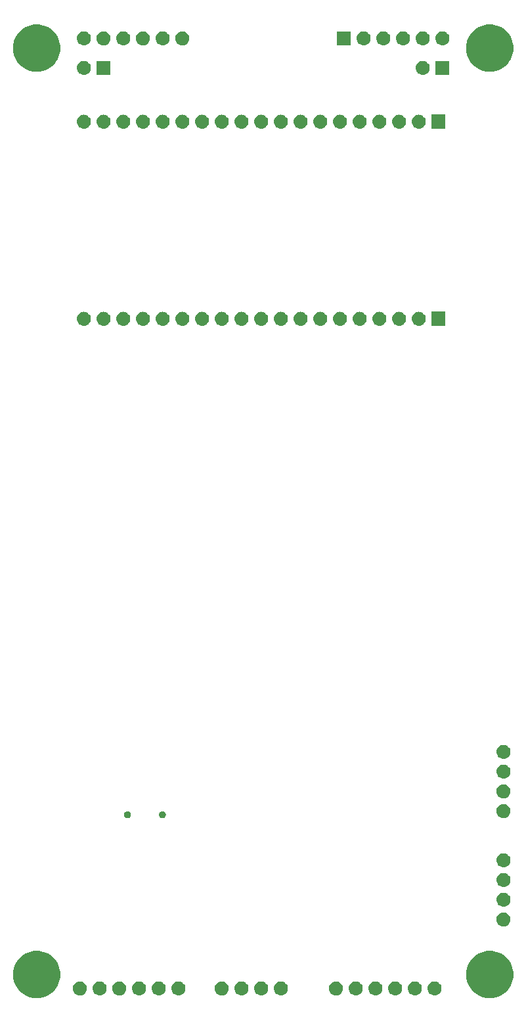
<source format=gbr>
G04 #@! TF.GenerationSoftware,KiCad,Pcbnew,(5.0.1)-3*
G04 #@! TF.CreationDate,2018-11-05T00:22:12+09:00*
G04 #@! TF.ProjectId,badge,62616467652E6B696361645F70636200,rev?*
G04 #@! TF.SameCoordinates,Original*
G04 #@! TF.FileFunction,Soldermask,Bot*
G04 #@! TF.FilePolarity,Negative*
%FSLAX46Y46*%
G04 Gerber Fmt 4.6, Leading zero omitted, Abs format (unit mm)*
G04 Created by KiCad (PCBNEW (5.0.1)-3) date 2018-11-05 오전 12:22:12*
%MOMM*%
%LPD*%
G01*
G04 APERTURE LIST*
%ADD10C,0.100000*%
G04 APERTURE END LIST*
D10*
G36*
X107569941Y-134226248D02*
X107569943Y-134226249D01*
X107569944Y-134226249D01*
X108125190Y-134456239D01*
X108125191Y-134456240D01*
X108624902Y-134790136D01*
X109049864Y-135215098D01*
X109049866Y-135215101D01*
X109383761Y-135714810D01*
X109613751Y-136270056D01*
X109731000Y-136859503D01*
X109731000Y-137460497D01*
X109613751Y-138049944D01*
X109383761Y-138605190D01*
X109054367Y-139098162D01*
X109049864Y-139104902D01*
X108624902Y-139529864D01*
X108624899Y-139529866D01*
X108125190Y-139863761D01*
X107569944Y-140093751D01*
X107569943Y-140093751D01*
X107569941Y-140093752D01*
X106980499Y-140211000D01*
X106379501Y-140211000D01*
X105790059Y-140093752D01*
X105790057Y-140093751D01*
X105790056Y-140093751D01*
X105234810Y-139863761D01*
X104735101Y-139529866D01*
X104735098Y-139529864D01*
X104310136Y-139104902D01*
X104305633Y-139098162D01*
X103976239Y-138605190D01*
X103746249Y-138049944D01*
X103629000Y-137460497D01*
X103629000Y-136859503D01*
X103746249Y-136270056D01*
X103976239Y-135714810D01*
X104310134Y-135215101D01*
X104310136Y-135215098D01*
X104735098Y-134790136D01*
X105234809Y-134456240D01*
X105234810Y-134456239D01*
X105790056Y-134226249D01*
X105790057Y-134226249D01*
X105790059Y-134226248D01*
X106379501Y-134109000D01*
X106980499Y-134109000D01*
X107569941Y-134226248D01*
X107569941Y-134226248D01*
G37*
G36*
X165989941Y-134226248D02*
X165989943Y-134226249D01*
X165989944Y-134226249D01*
X166545190Y-134456239D01*
X166545191Y-134456240D01*
X167044902Y-134790136D01*
X167469864Y-135215098D01*
X167469866Y-135215101D01*
X167803761Y-135714810D01*
X168033751Y-136270056D01*
X168151000Y-136859503D01*
X168151000Y-137460497D01*
X168033751Y-138049944D01*
X167803761Y-138605190D01*
X167474367Y-139098162D01*
X167469864Y-139104902D01*
X167044902Y-139529864D01*
X167044899Y-139529866D01*
X166545190Y-139863761D01*
X165989944Y-140093751D01*
X165989943Y-140093751D01*
X165989941Y-140093752D01*
X165400499Y-140211000D01*
X164799501Y-140211000D01*
X164210059Y-140093752D01*
X164210057Y-140093751D01*
X164210056Y-140093751D01*
X163654810Y-139863761D01*
X163155101Y-139529866D01*
X163155098Y-139529864D01*
X162730136Y-139104902D01*
X162725633Y-139098162D01*
X162396239Y-138605190D01*
X162166249Y-138049944D01*
X162049000Y-137460497D01*
X162049000Y-136859503D01*
X162166249Y-136270056D01*
X162396239Y-135714810D01*
X162730134Y-135215101D01*
X162730136Y-135215098D01*
X163155098Y-134790136D01*
X163654809Y-134456240D01*
X163654810Y-134456239D01*
X164210056Y-134226249D01*
X164210057Y-134226249D01*
X164210059Y-134226248D01*
X164799501Y-134109000D01*
X165400499Y-134109000D01*
X165989941Y-134226248D01*
X165989941Y-134226248D01*
G37*
G36*
X153018442Y-138043518D02*
X153084627Y-138050037D01*
X153197853Y-138084384D01*
X153254467Y-138101557D01*
X153393087Y-138175652D01*
X153410991Y-138185222D01*
X153446729Y-138214552D01*
X153548186Y-138297814D01*
X153631448Y-138399271D01*
X153660778Y-138435009D01*
X153660779Y-138435011D01*
X153744443Y-138591533D01*
X153748586Y-138605191D01*
X153795963Y-138761373D01*
X153813359Y-138938000D01*
X153795963Y-139114627D01*
X153769819Y-139200812D01*
X153744443Y-139284467D01*
X153701513Y-139364782D01*
X153660778Y-139440991D01*
X153631448Y-139476729D01*
X153548186Y-139578186D01*
X153475480Y-139637853D01*
X153410991Y-139690778D01*
X153410989Y-139690779D01*
X153254467Y-139774443D01*
X153197853Y-139791616D01*
X153084627Y-139825963D01*
X153018443Y-139832481D01*
X152952260Y-139839000D01*
X152863740Y-139839000D01*
X152797557Y-139832481D01*
X152731373Y-139825963D01*
X152618147Y-139791616D01*
X152561533Y-139774443D01*
X152405011Y-139690779D01*
X152405009Y-139690778D01*
X152340520Y-139637853D01*
X152267814Y-139578186D01*
X152184552Y-139476729D01*
X152155222Y-139440991D01*
X152114487Y-139364782D01*
X152071557Y-139284467D01*
X152046181Y-139200812D01*
X152020037Y-139114627D01*
X152002641Y-138938000D01*
X152020037Y-138761373D01*
X152067414Y-138605191D01*
X152071557Y-138591533D01*
X152155221Y-138435011D01*
X152155222Y-138435009D01*
X152184552Y-138399271D01*
X152267814Y-138297814D01*
X152369271Y-138214552D01*
X152405009Y-138185222D01*
X152422913Y-138175652D01*
X152561533Y-138101557D01*
X152618147Y-138084384D01*
X152731373Y-138050037D01*
X152797558Y-138043518D01*
X152863740Y-138037000D01*
X152952260Y-138037000D01*
X153018442Y-138043518D01*
X153018442Y-138043518D01*
G37*
G36*
X138286442Y-138043518D02*
X138352627Y-138050037D01*
X138465853Y-138084384D01*
X138522467Y-138101557D01*
X138661087Y-138175652D01*
X138678991Y-138185222D01*
X138714729Y-138214552D01*
X138816186Y-138297814D01*
X138899448Y-138399271D01*
X138928778Y-138435009D01*
X138928779Y-138435011D01*
X139012443Y-138591533D01*
X139016586Y-138605191D01*
X139063963Y-138761373D01*
X139081359Y-138938000D01*
X139063963Y-139114627D01*
X139037819Y-139200812D01*
X139012443Y-139284467D01*
X138969513Y-139364782D01*
X138928778Y-139440991D01*
X138899448Y-139476729D01*
X138816186Y-139578186D01*
X138743480Y-139637853D01*
X138678991Y-139690778D01*
X138678989Y-139690779D01*
X138522467Y-139774443D01*
X138465853Y-139791616D01*
X138352627Y-139825963D01*
X138286443Y-139832481D01*
X138220260Y-139839000D01*
X138131740Y-139839000D01*
X138065557Y-139832481D01*
X137999373Y-139825963D01*
X137886147Y-139791616D01*
X137829533Y-139774443D01*
X137673011Y-139690779D01*
X137673009Y-139690778D01*
X137608520Y-139637853D01*
X137535814Y-139578186D01*
X137452552Y-139476729D01*
X137423222Y-139440991D01*
X137382487Y-139364782D01*
X137339557Y-139284467D01*
X137314181Y-139200812D01*
X137288037Y-139114627D01*
X137270641Y-138938000D01*
X137288037Y-138761373D01*
X137335414Y-138605191D01*
X137339557Y-138591533D01*
X137423221Y-138435011D01*
X137423222Y-138435009D01*
X137452552Y-138399271D01*
X137535814Y-138297814D01*
X137637271Y-138214552D01*
X137673009Y-138185222D01*
X137690913Y-138175652D01*
X137829533Y-138101557D01*
X137886147Y-138084384D01*
X137999373Y-138050037D01*
X138065558Y-138043518D01*
X138131740Y-138037000D01*
X138220260Y-138037000D01*
X138286442Y-138043518D01*
X138286442Y-138043518D01*
G37*
G36*
X135746442Y-138043518D02*
X135812627Y-138050037D01*
X135925853Y-138084384D01*
X135982467Y-138101557D01*
X136121087Y-138175652D01*
X136138991Y-138185222D01*
X136174729Y-138214552D01*
X136276186Y-138297814D01*
X136359448Y-138399271D01*
X136388778Y-138435009D01*
X136388779Y-138435011D01*
X136472443Y-138591533D01*
X136476586Y-138605191D01*
X136523963Y-138761373D01*
X136541359Y-138938000D01*
X136523963Y-139114627D01*
X136497819Y-139200812D01*
X136472443Y-139284467D01*
X136429513Y-139364782D01*
X136388778Y-139440991D01*
X136359448Y-139476729D01*
X136276186Y-139578186D01*
X136203480Y-139637853D01*
X136138991Y-139690778D01*
X136138989Y-139690779D01*
X135982467Y-139774443D01*
X135925853Y-139791616D01*
X135812627Y-139825963D01*
X135746443Y-139832481D01*
X135680260Y-139839000D01*
X135591740Y-139839000D01*
X135525557Y-139832481D01*
X135459373Y-139825963D01*
X135346147Y-139791616D01*
X135289533Y-139774443D01*
X135133011Y-139690779D01*
X135133009Y-139690778D01*
X135068520Y-139637853D01*
X134995814Y-139578186D01*
X134912552Y-139476729D01*
X134883222Y-139440991D01*
X134842487Y-139364782D01*
X134799557Y-139284467D01*
X134774181Y-139200812D01*
X134748037Y-139114627D01*
X134730641Y-138938000D01*
X134748037Y-138761373D01*
X134795414Y-138605191D01*
X134799557Y-138591533D01*
X134883221Y-138435011D01*
X134883222Y-138435009D01*
X134912552Y-138399271D01*
X134995814Y-138297814D01*
X135097271Y-138214552D01*
X135133009Y-138185222D01*
X135150913Y-138175652D01*
X135289533Y-138101557D01*
X135346147Y-138084384D01*
X135459373Y-138050037D01*
X135525558Y-138043518D01*
X135591740Y-138037000D01*
X135680260Y-138037000D01*
X135746442Y-138043518D01*
X135746442Y-138043518D01*
G37*
G36*
X133206442Y-138043518D02*
X133272627Y-138050037D01*
X133385853Y-138084384D01*
X133442467Y-138101557D01*
X133581087Y-138175652D01*
X133598991Y-138185222D01*
X133634729Y-138214552D01*
X133736186Y-138297814D01*
X133819448Y-138399271D01*
X133848778Y-138435009D01*
X133848779Y-138435011D01*
X133932443Y-138591533D01*
X133936586Y-138605191D01*
X133983963Y-138761373D01*
X134001359Y-138938000D01*
X133983963Y-139114627D01*
X133957819Y-139200812D01*
X133932443Y-139284467D01*
X133889513Y-139364782D01*
X133848778Y-139440991D01*
X133819448Y-139476729D01*
X133736186Y-139578186D01*
X133663480Y-139637853D01*
X133598991Y-139690778D01*
X133598989Y-139690779D01*
X133442467Y-139774443D01*
X133385853Y-139791616D01*
X133272627Y-139825963D01*
X133206443Y-139832481D01*
X133140260Y-139839000D01*
X133051740Y-139839000D01*
X132985557Y-139832481D01*
X132919373Y-139825963D01*
X132806147Y-139791616D01*
X132749533Y-139774443D01*
X132593011Y-139690779D01*
X132593009Y-139690778D01*
X132528520Y-139637853D01*
X132455814Y-139578186D01*
X132372552Y-139476729D01*
X132343222Y-139440991D01*
X132302487Y-139364782D01*
X132259557Y-139284467D01*
X132234181Y-139200812D01*
X132208037Y-139114627D01*
X132190641Y-138938000D01*
X132208037Y-138761373D01*
X132255414Y-138605191D01*
X132259557Y-138591533D01*
X132343221Y-138435011D01*
X132343222Y-138435009D01*
X132372552Y-138399271D01*
X132455814Y-138297814D01*
X132557271Y-138214552D01*
X132593009Y-138185222D01*
X132610913Y-138175652D01*
X132749533Y-138101557D01*
X132806147Y-138084384D01*
X132919373Y-138050037D01*
X132985558Y-138043518D01*
X133051740Y-138037000D01*
X133140260Y-138037000D01*
X133206442Y-138043518D01*
X133206442Y-138043518D01*
G37*
G36*
X130818812Y-138071624D02*
X130982784Y-138139544D01*
X131130354Y-138238147D01*
X131255853Y-138363646D01*
X131354456Y-138511216D01*
X131422376Y-138675188D01*
X131457000Y-138849259D01*
X131457000Y-139026741D01*
X131422376Y-139200812D01*
X131354456Y-139364784D01*
X131255853Y-139512354D01*
X131130354Y-139637853D01*
X130982784Y-139736456D01*
X130818812Y-139804376D01*
X130644741Y-139839000D01*
X130467259Y-139839000D01*
X130293188Y-139804376D01*
X130129216Y-139736456D01*
X129981646Y-139637853D01*
X129856147Y-139512354D01*
X129757544Y-139364784D01*
X129689624Y-139200812D01*
X129655000Y-139026741D01*
X129655000Y-138849259D01*
X129689624Y-138675188D01*
X129757544Y-138511216D01*
X129856147Y-138363646D01*
X129981646Y-138238147D01*
X130129216Y-138139544D01*
X130293188Y-138071624D01*
X130467259Y-138037000D01*
X130644741Y-138037000D01*
X130818812Y-138071624D01*
X130818812Y-138071624D01*
G37*
G36*
X158098442Y-138043518D02*
X158164627Y-138050037D01*
X158277853Y-138084384D01*
X158334467Y-138101557D01*
X158473087Y-138175652D01*
X158490991Y-138185222D01*
X158526729Y-138214552D01*
X158628186Y-138297814D01*
X158711448Y-138399271D01*
X158740778Y-138435009D01*
X158740779Y-138435011D01*
X158824443Y-138591533D01*
X158828586Y-138605191D01*
X158875963Y-138761373D01*
X158893359Y-138938000D01*
X158875963Y-139114627D01*
X158849819Y-139200812D01*
X158824443Y-139284467D01*
X158781513Y-139364782D01*
X158740778Y-139440991D01*
X158711448Y-139476729D01*
X158628186Y-139578186D01*
X158555480Y-139637853D01*
X158490991Y-139690778D01*
X158490989Y-139690779D01*
X158334467Y-139774443D01*
X158277853Y-139791616D01*
X158164627Y-139825963D01*
X158098443Y-139832481D01*
X158032260Y-139839000D01*
X157943740Y-139839000D01*
X157877557Y-139832481D01*
X157811373Y-139825963D01*
X157698147Y-139791616D01*
X157641533Y-139774443D01*
X157485011Y-139690779D01*
X157485009Y-139690778D01*
X157420520Y-139637853D01*
X157347814Y-139578186D01*
X157264552Y-139476729D01*
X157235222Y-139440991D01*
X157194487Y-139364782D01*
X157151557Y-139284467D01*
X157126181Y-139200812D01*
X157100037Y-139114627D01*
X157082641Y-138938000D01*
X157100037Y-138761373D01*
X157147414Y-138605191D01*
X157151557Y-138591533D01*
X157235221Y-138435011D01*
X157235222Y-138435009D01*
X157264552Y-138399271D01*
X157347814Y-138297814D01*
X157449271Y-138214552D01*
X157485009Y-138185222D01*
X157502913Y-138175652D01*
X157641533Y-138101557D01*
X157698147Y-138084384D01*
X157811373Y-138050037D01*
X157877558Y-138043518D01*
X157943740Y-138037000D01*
X158032260Y-138037000D01*
X158098442Y-138043518D01*
X158098442Y-138043518D01*
G37*
G36*
X155558442Y-138043518D02*
X155624627Y-138050037D01*
X155737853Y-138084384D01*
X155794467Y-138101557D01*
X155933087Y-138175652D01*
X155950991Y-138185222D01*
X155986729Y-138214552D01*
X156088186Y-138297814D01*
X156171448Y-138399271D01*
X156200778Y-138435009D01*
X156200779Y-138435011D01*
X156284443Y-138591533D01*
X156288586Y-138605191D01*
X156335963Y-138761373D01*
X156353359Y-138938000D01*
X156335963Y-139114627D01*
X156309819Y-139200812D01*
X156284443Y-139284467D01*
X156241513Y-139364782D01*
X156200778Y-139440991D01*
X156171448Y-139476729D01*
X156088186Y-139578186D01*
X156015480Y-139637853D01*
X155950991Y-139690778D01*
X155950989Y-139690779D01*
X155794467Y-139774443D01*
X155737853Y-139791616D01*
X155624627Y-139825963D01*
X155558443Y-139832481D01*
X155492260Y-139839000D01*
X155403740Y-139839000D01*
X155337557Y-139832481D01*
X155271373Y-139825963D01*
X155158147Y-139791616D01*
X155101533Y-139774443D01*
X154945011Y-139690779D01*
X154945009Y-139690778D01*
X154880520Y-139637853D01*
X154807814Y-139578186D01*
X154724552Y-139476729D01*
X154695222Y-139440991D01*
X154654487Y-139364782D01*
X154611557Y-139284467D01*
X154586181Y-139200812D01*
X154560037Y-139114627D01*
X154542641Y-138938000D01*
X154560037Y-138761373D01*
X154607414Y-138605191D01*
X154611557Y-138591533D01*
X154695221Y-138435011D01*
X154695222Y-138435009D01*
X154724552Y-138399271D01*
X154807814Y-138297814D01*
X154909271Y-138214552D01*
X154945009Y-138185222D01*
X154962913Y-138175652D01*
X155101533Y-138101557D01*
X155158147Y-138084384D01*
X155271373Y-138050037D01*
X155337558Y-138043518D01*
X155403740Y-138037000D01*
X155492260Y-138037000D01*
X155558442Y-138043518D01*
X155558442Y-138043518D01*
G37*
G36*
X150478442Y-138043518D02*
X150544627Y-138050037D01*
X150657853Y-138084384D01*
X150714467Y-138101557D01*
X150853087Y-138175652D01*
X150870991Y-138185222D01*
X150906729Y-138214552D01*
X151008186Y-138297814D01*
X151091448Y-138399271D01*
X151120778Y-138435009D01*
X151120779Y-138435011D01*
X151204443Y-138591533D01*
X151208586Y-138605191D01*
X151255963Y-138761373D01*
X151273359Y-138938000D01*
X151255963Y-139114627D01*
X151229819Y-139200812D01*
X151204443Y-139284467D01*
X151161513Y-139364782D01*
X151120778Y-139440991D01*
X151091448Y-139476729D01*
X151008186Y-139578186D01*
X150935480Y-139637853D01*
X150870991Y-139690778D01*
X150870989Y-139690779D01*
X150714467Y-139774443D01*
X150657853Y-139791616D01*
X150544627Y-139825963D01*
X150478443Y-139832481D01*
X150412260Y-139839000D01*
X150323740Y-139839000D01*
X150257557Y-139832481D01*
X150191373Y-139825963D01*
X150078147Y-139791616D01*
X150021533Y-139774443D01*
X149865011Y-139690779D01*
X149865009Y-139690778D01*
X149800520Y-139637853D01*
X149727814Y-139578186D01*
X149644552Y-139476729D01*
X149615222Y-139440991D01*
X149574487Y-139364782D01*
X149531557Y-139284467D01*
X149506181Y-139200812D01*
X149480037Y-139114627D01*
X149462641Y-138938000D01*
X149480037Y-138761373D01*
X149527414Y-138605191D01*
X149531557Y-138591533D01*
X149615221Y-138435011D01*
X149615222Y-138435009D01*
X149644552Y-138399271D01*
X149727814Y-138297814D01*
X149829271Y-138214552D01*
X149865009Y-138185222D01*
X149882913Y-138175652D01*
X150021533Y-138101557D01*
X150078147Y-138084384D01*
X150191373Y-138050037D01*
X150257558Y-138043518D01*
X150323740Y-138037000D01*
X150412260Y-138037000D01*
X150478442Y-138043518D01*
X150478442Y-138043518D01*
G37*
G36*
X147938442Y-138043518D02*
X148004627Y-138050037D01*
X148117853Y-138084384D01*
X148174467Y-138101557D01*
X148313087Y-138175652D01*
X148330991Y-138185222D01*
X148366729Y-138214552D01*
X148468186Y-138297814D01*
X148551448Y-138399271D01*
X148580778Y-138435009D01*
X148580779Y-138435011D01*
X148664443Y-138591533D01*
X148668586Y-138605191D01*
X148715963Y-138761373D01*
X148733359Y-138938000D01*
X148715963Y-139114627D01*
X148689819Y-139200812D01*
X148664443Y-139284467D01*
X148621513Y-139364782D01*
X148580778Y-139440991D01*
X148551448Y-139476729D01*
X148468186Y-139578186D01*
X148395480Y-139637853D01*
X148330991Y-139690778D01*
X148330989Y-139690779D01*
X148174467Y-139774443D01*
X148117853Y-139791616D01*
X148004627Y-139825963D01*
X147938443Y-139832481D01*
X147872260Y-139839000D01*
X147783740Y-139839000D01*
X147717557Y-139832481D01*
X147651373Y-139825963D01*
X147538147Y-139791616D01*
X147481533Y-139774443D01*
X147325011Y-139690779D01*
X147325009Y-139690778D01*
X147260520Y-139637853D01*
X147187814Y-139578186D01*
X147104552Y-139476729D01*
X147075222Y-139440991D01*
X147034487Y-139364782D01*
X146991557Y-139284467D01*
X146966181Y-139200812D01*
X146940037Y-139114627D01*
X146922641Y-138938000D01*
X146940037Y-138761373D01*
X146987414Y-138605191D01*
X146991557Y-138591533D01*
X147075221Y-138435011D01*
X147075222Y-138435009D01*
X147104552Y-138399271D01*
X147187814Y-138297814D01*
X147289271Y-138214552D01*
X147325009Y-138185222D01*
X147342913Y-138175652D01*
X147481533Y-138101557D01*
X147538147Y-138084384D01*
X147651373Y-138050037D01*
X147717558Y-138043518D01*
X147783740Y-138037000D01*
X147872260Y-138037000D01*
X147938442Y-138043518D01*
X147938442Y-138043518D01*
G37*
G36*
X145550812Y-138071624D02*
X145714784Y-138139544D01*
X145862354Y-138238147D01*
X145987853Y-138363646D01*
X146086456Y-138511216D01*
X146154376Y-138675188D01*
X146189000Y-138849259D01*
X146189000Y-139026741D01*
X146154376Y-139200812D01*
X146086456Y-139364784D01*
X145987853Y-139512354D01*
X145862354Y-139637853D01*
X145714784Y-139736456D01*
X145550812Y-139804376D01*
X145376741Y-139839000D01*
X145199259Y-139839000D01*
X145025188Y-139804376D01*
X144861216Y-139736456D01*
X144713646Y-139637853D01*
X144588147Y-139512354D01*
X144489544Y-139364784D01*
X144421624Y-139200812D01*
X144387000Y-139026741D01*
X144387000Y-138849259D01*
X144421624Y-138675188D01*
X144489544Y-138511216D01*
X144588147Y-138363646D01*
X144713646Y-138238147D01*
X144861216Y-138139544D01*
X145025188Y-138071624D01*
X145199259Y-138037000D01*
X145376741Y-138037000D01*
X145550812Y-138071624D01*
X145550812Y-138071624D01*
G37*
G36*
X112530812Y-138071624D02*
X112694784Y-138139544D01*
X112842354Y-138238147D01*
X112967853Y-138363646D01*
X113066456Y-138511216D01*
X113134376Y-138675188D01*
X113169000Y-138849259D01*
X113169000Y-139026741D01*
X113134376Y-139200812D01*
X113066456Y-139364784D01*
X112967853Y-139512354D01*
X112842354Y-139637853D01*
X112694784Y-139736456D01*
X112530812Y-139804376D01*
X112356741Y-139839000D01*
X112179259Y-139839000D01*
X112005188Y-139804376D01*
X111841216Y-139736456D01*
X111693646Y-139637853D01*
X111568147Y-139512354D01*
X111469544Y-139364784D01*
X111401624Y-139200812D01*
X111367000Y-139026741D01*
X111367000Y-138849259D01*
X111401624Y-138675188D01*
X111469544Y-138511216D01*
X111568147Y-138363646D01*
X111693646Y-138238147D01*
X111841216Y-138139544D01*
X112005188Y-138071624D01*
X112179259Y-138037000D01*
X112356741Y-138037000D01*
X112530812Y-138071624D01*
X112530812Y-138071624D01*
G37*
G36*
X114918442Y-138043518D02*
X114984627Y-138050037D01*
X115097853Y-138084384D01*
X115154467Y-138101557D01*
X115293087Y-138175652D01*
X115310991Y-138185222D01*
X115346729Y-138214552D01*
X115448186Y-138297814D01*
X115531448Y-138399271D01*
X115560778Y-138435009D01*
X115560779Y-138435011D01*
X115644443Y-138591533D01*
X115648586Y-138605191D01*
X115695963Y-138761373D01*
X115713359Y-138938000D01*
X115695963Y-139114627D01*
X115669819Y-139200812D01*
X115644443Y-139284467D01*
X115601513Y-139364782D01*
X115560778Y-139440991D01*
X115531448Y-139476729D01*
X115448186Y-139578186D01*
X115375480Y-139637853D01*
X115310991Y-139690778D01*
X115310989Y-139690779D01*
X115154467Y-139774443D01*
X115097853Y-139791616D01*
X114984627Y-139825963D01*
X114918443Y-139832481D01*
X114852260Y-139839000D01*
X114763740Y-139839000D01*
X114697557Y-139832481D01*
X114631373Y-139825963D01*
X114518147Y-139791616D01*
X114461533Y-139774443D01*
X114305011Y-139690779D01*
X114305009Y-139690778D01*
X114240520Y-139637853D01*
X114167814Y-139578186D01*
X114084552Y-139476729D01*
X114055222Y-139440991D01*
X114014487Y-139364782D01*
X113971557Y-139284467D01*
X113946181Y-139200812D01*
X113920037Y-139114627D01*
X113902641Y-138938000D01*
X113920037Y-138761373D01*
X113967414Y-138605191D01*
X113971557Y-138591533D01*
X114055221Y-138435011D01*
X114055222Y-138435009D01*
X114084552Y-138399271D01*
X114167814Y-138297814D01*
X114269271Y-138214552D01*
X114305009Y-138185222D01*
X114322913Y-138175652D01*
X114461533Y-138101557D01*
X114518147Y-138084384D01*
X114631373Y-138050037D01*
X114697558Y-138043518D01*
X114763740Y-138037000D01*
X114852260Y-138037000D01*
X114918442Y-138043518D01*
X114918442Y-138043518D01*
G37*
G36*
X117610812Y-138071624D02*
X117774784Y-138139544D01*
X117922354Y-138238147D01*
X118047853Y-138363646D01*
X118146456Y-138511216D01*
X118214376Y-138675188D01*
X118249000Y-138849259D01*
X118249000Y-139026741D01*
X118214376Y-139200812D01*
X118146456Y-139364784D01*
X118047853Y-139512354D01*
X117922354Y-139637853D01*
X117774784Y-139736456D01*
X117610812Y-139804376D01*
X117436741Y-139839000D01*
X117259259Y-139839000D01*
X117085188Y-139804376D01*
X116921216Y-139736456D01*
X116773646Y-139637853D01*
X116648147Y-139512354D01*
X116549544Y-139364784D01*
X116481624Y-139200812D01*
X116447000Y-139026741D01*
X116447000Y-138849259D01*
X116481624Y-138675188D01*
X116549544Y-138511216D01*
X116648147Y-138363646D01*
X116773646Y-138238147D01*
X116921216Y-138139544D01*
X117085188Y-138071624D01*
X117259259Y-138037000D01*
X117436741Y-138037000D01*
X117610812Y-138071624D01*
X117610812Y-138071624D01*
G37*
G36*
X119998442Y-138043518D02*
X120064627Y-138050037D01*
X120177853Y-138084384D01*
X120234467Y-138101557D01*
X120373087Y-138175652D01*
X120390991Y-138185222D01*
X120426729Y-138214552D01*
X120528186Y-138297814D01*
X120611448Y-138399271D01*
X120640778Y-138435009D01*
X120640779Y-138435011D01*
X120724443Y-138591533D01*
X120728586Y-138605191D01*
X120775963Y-138761373D01*
X120793359Y-138938000D01*
X120775963Y-139114627D01*
X120749819Y-139200812D01*
X120724443Y-139284467D01*
X120681513Y-139364782D01*
X120640778Y-139440991D01*
X120611448Y-139476729D01*
X120528186Y-139578186D01*
X120455480Y-139637853D01*
X120390991Y-139690778D01*
X120390989Y-139690779D01*
X120234467Y-139774443D01*
X120177853Y-139791616D01*
X120064627Y-139825963D01*
X119998443Y-139832481D01*
X119932260Y-139839000D01*
X119843740Y-139839000D01*
X119777557Y-139832481D01*
X119711373Y-139825963D01*
X119598147Y-139791616D01*
X119541533Y-139774443D01*
X119385011Y-139690779D01*
X119385009Y-139690778D01*
X119320520Y-139637853D01*
X119247814Y-139578186D01*
X119164552Y-139476729D01*
X119135222Y-139440991D01*
X119094487Y-139364782D01*
X119051557Y-139284467D01*
X119026181Y-139200812D01*
X119000037Y-139114627D01*
X118982641Y-138938000D01*
X119000037Y-138761373D01*
X119047414Y-138605191D01*
X119051557Y-138591533D01*
X119135221Y-138435011D01*
X119135222Y-138435009D01*
X119164552Y-138399271D01*
X119247814Y-138297814D01*
X119349271Y-138214552D01*
X119385009Y-138185222D01*
X119402913Y-138175652D01*
X119541533Y-138101557D01*
X119598147Y-138084384D01*
X119711373Y-138050037D01*
X119777558Y-138043518D01*
X119843740Y-138037000D01*
X119932260Y-138037000D01*
X119998442Y-138043518D01*
X119998442Y-138043518D01*
G37*
G36*
X122538442Y-138043518D02*
X122604627Y-138050037D01*
X122717853Y-138084384D01*
X122774467Y-138101557D01*
X122913087Y-138175652D01*
X122930991Y-138185222D01*
X122966729Y-138214552D01*
X123068186Y-138297814D01*
X123151448Y-138399271D01*
X123180778Y-138435009D01*
X123180779Y-138435011D01*
X123264443Y-138591533D01*
X123268586Y-138605191D01*
X123315963Y-138761373D01*
X123333359Y-138938000D01*
X123315963Y-139114627D01*
X123289819Y-139200812D01*
X123264443Y-139284467D01*
X123221513Y-139364782D01*
X123180778Y-139440991D01*
X123151448Y-139476729D01*
X123068186Y-139578186D01*
X122995480Y-139637853D01*
X122930991Y-139690778D01*
X122930989Y-139690779D01*
X122774467Y-139774443D01*
X122717853Y-139791616D01*
X122604627Y-139825963D01*
X122538443Y-139832481D01*
X122472260Y-139839000D01*
X122383740Y-139839000D01*
X122317557Y-139832481D01*
X122251373Y-139825963D01*
X122138147Y-139791616D01*
X122081533Y-139774443D01*
X121925011Y-139690779D01*
X121925009Y-139690778D01*
X121860520Y-139637853D01*
X121787814Y-139578186D01*
X121704552Y-139476729D01*
X121675222Y-139440991D01*
X121634487Y-139364782D01*
X121591557Y-139284467D01*
X121566181Y-139200812D01*
X121540037Y-139114627D01*
X121522641Y-138938000D01*
X121540037Y-138761373D01*
X121587414Y-138605191D01*
X121591557Y-138591533D01*
X121675221Y-138435011D01*
X121675222Y-138435009D01*
X121704552Y-138399271D01*
X121787814Y-138297814D01*
X121889271Y-138214552D01*
X121925009Y-138185222D01*
X121942913Y-138175652D01*
X122081533Y-138101557D01*
X122138147Y-138084384D01*
X122251373Y-138050037D01*
X122317558Y-138043518D01*
X122383740Y-138037000D01*
X122472260Y-138037000D01*
X122538442Y-138043518D01*
X122538442Y-138043518D01*
G37*
G36*
X125078442Y-138043518D02*
X125144627Y-138050037D01*
X125257853Y-138084384D01*
X125314467Y-138101557D01*
X125453087Y-138175652D01*
X125470991Y-138185222D01*
X125506729Y-138214552D01*
X125608186Y-138297814D01*
X125691448Y-138399271D01*
X125720778Y-138435009D01*
X125720779Y-138435011D01*
X125804443Y-138591533D01*
X125808586Y-138605191D01*
X125855963Y-138761373D01*
X125873359Y-138938000D01*
X125855963Y-139114627D01*
X125829819Y-139200812D01*
X125804443Y-139284467D01*
X125761513Y-139364782D01*
X125720778Y-139440991D01*
X125691448Y-139476729D01*
X125608186Y-139578186D01*
X125535480Y-139637853D01*
X125470991Y-139690778D01*
X125470989Y-139690779D01*
X125314467Y-139774443D01*
X125257853Y-139791616D01*
X125144627Y-139825963D01*
X125078443Y-139832481D01*
X125012260Y-139839000D01*
X124923740Y-139839000D01*
X124857557Y-139832481D01*
X124791373Y-139825963D01*
X124678147Y-139791616D01*
X124621533Y-139774443D01*
X124465011Y-139690779D01*
X124465009Y-139690778D01*
X124400520Y-139637853D01*
X124327814Y-139578186D01*
X124244552Y-139476729D01*
X124215222Y-139440991D01*
X124174487Y-139364782D01*
X124131557Y-139284467D01*
X124106181Y-139200812D01*
X124080037Y-139114627D01*
X124062641Y-138938000D01*
X124080037Y-138761373D01*
X124127414Y-138605191D01*
X124131557Y-138591533D01*
X124215221Y-138435011D01*
X124215222Y-138435009D01*
X124244552Y-138399271D01*
X124327814Y-138297814D01*
X124429271Y-138214552D01*
X124465009Y-138185222D01*
X124482913Y-138175652D01*
X124621533Y-138101557D01*
X124678147Y-138084384D01*
X124791373Y-138050037D01*
X124857558Y-138043518D01*
X124923740Y-138037000D01*
X125012260Y-138037000D01*
X125078442Y-138043518D01*
X125078442Y-138043518D01*
G37*
G36*
X167140812Y-129181624D02*
X167304784Y-129249544D01*
X167452354Y-129348147D01*
X167577853Y-129473646D01*
X167676456Y-129621216D01*
X167744376Y-129785188D01*
X167779000Y-129959259D01*
X167779000Y-130136741D01*
X167744376Y-130310812D01*
X167676456Y-130474784D01*
X167577853Y-130622354D01*
X167452354Y-130747853D01*
X167304784Y-130846456D01*
X167140812Y-130914376D01*
X166966741Y-130949000D01*
X166789259Y-130949000D01*
X166615188Y-130914376D01*
X166451216Y-130846456D01*
X166303646Y-130747853D01*
X166178147Y-130622354D01*
X166079544Y-130474784D01*
X166011624Y-130310812D01*
X165977000Y-130136741D01*
X165977000Y-129959259D01*
X166011624Y-129785188D01*
X166079544Y-129621216D01*
X166178147Y-129473646D01*
X166303646Y-129348147D01*
X166451216Y-129249544D01*
X166615188Y-129181624D01*
X166789259Y-129147000D01*
X166966741Y-129147000D01*
X167140812Y-129181624D01*
X167140812Y-129181624D01*
G37*
G36*
X166988442Y-126613518D02*
X167054627Y-126620037D01*
X167167853Y-126654384D01*
X167224467Y-126671557D01*
X167363087Y-126745652D01*
X167380991Y-126755222D01*
X167416729Y-126784552D01*
X167518186Y-126867814D01*
X167601448Y-126969271D01*
X167630778Y-127005009D01*
X167630779Y-127005011D01*
X167714443Y-127161533D01*
X167714443Y-127161534D01*
X167765963Y-127331373D01*
X167783359Y-127508000D01*
X167765963Y-127684627D01*
X167731616Y-127797853D01*
X167714443Y-127854467D01*
X167640348Y-127993087D01*
X167630778Y-128010991D01*
X167601448Y-128046729D01*
X167518186Y-128148186D01*
X167416729Y-128231448D01*
X167380991Y-128260778D01*
X167380989Y-128260779D01*
X167224467Y-128344443D01*
X167167853Y-128361616D01*
X167054627Y-128395963D01*
X166988443Y-128402481D01*
X166922260Y-128409000D01*
X166833740Y-128409000D01*
X166767557Y-128402481D01*
X166701373Y-128395963D01*
X166588147Y-128361616D01*
X166531533Y-128344443D01*
X166375011Y-128260779D01*
X166375009Y-128260778D01*
X166339271Y-128231448D01*
X166237814Y-128148186D01*
X166154552Y-128046729D01*
X166125222Y-128010991D01*
X166115652Y-127993087D01*
X166041557Y-127854467D01*
X166024384Y-127797853D01*
X165990037Y-127684627D01*
X165972641Y-127508000D01*
X165990037Y-127331373D01*
X166041557Y-127161534D01*
X166041557Y-127161533D01*
X166125221Y-127005011D01*
X166125222Y-127005009D01*
X166154552Y-126969271D01*
X166237814Y-126867814D01*
X166339271Y-126784552D01*
X166375009Y-126755222D01*
X166392913Y-126745652D01*
X166531533Y-126671557D01*
X166588147Y-126654384D01*
X166701373Y-126620037D01*
X166767558Y-126613518D01*
X166833740Y-126607000D01*
X166922260Y-126607000D01*
X166988442Y-126613518D01*
X166988442Y-126613518D01*
G37*
G36*
X166988443Y-124073519D02*
X167054627Y-124080037D01*
X167167853Y-124114384D01*
X167224467Y-124131557D01*
X167363087Y-124205652D01*
X167380991Y-124215222D01*
X167416729Y-124244552D01*
X167518186Y-124327814D01*
X167601448Y-124429271D01*
X167630778Y-124465009D01*
X167630779Y-124465011D01*
X167714443Y-124621533D01*
X167714443Y-124621534D01*
X167765963Y-124791373D01*
X167783359Y-124968000D01*
X167765963Y-125144627D01*
X167731616Y-125257853D01*
X167714443Y-125314467D01*
X167640348Y-125453087D01*
X167630778Y-125470991D01*
X167601448Y-125506729D01*
X167518186Y-125608186D01*
X167416729Y-125691448D01*
X167380991Y-125720778D01*
X167380989Y-125720779D01*
X167224467Y-125804443D01*
X167167853Y-125821616D01*
X167054627Y-125855963D01*
X166988443Y-125862481D01*
X166922260Y-125869000D01*
X166833740Y-125869000D01*
X166767557Y-125862481D01*
X166701373Y-125855963D01*
X166588147Y-125821616D01*
X166531533Y-125804443D01*
X166375011Y-125720779D01*
X166375009Y-125720778D01*
X166339271Y-125691448D01*
X166237814Y-125608186D01*
X166154552Y-125506729D01*
X166125222Y-125470991D01*
X166115652Y-125453087D01*
X166041557Y-125314467D01*
X166024384Y-125257853D01*
X165990037Y-125144627D01*
X165972641Y-124968000D01*
X165990037Y-124791373D01*
X166041557Y-124621534D01*
X166041557Y-124621533D01*
X166125221Y-124465011D01*
X166125222Y-124465009D01*
X166154552Y-124429271D01*
X166237814Y-124327814D01*
X166339271Y-124244552D01*
X166375009Y-124215222D01*
X166392913Y-124205652D01*
X166531533Y-124131557D01*
X166588147Y-124114384D01*
X166701373Y-124080037D01*
X166767557Y-124073519D01*
X166833740Y-124067000D01*
X166922260Y-124067000D01*
X166988443Y-124073519D01*
X166988443Y-124073519D01*
G37*
G36*
X166988443Y-121533519D02*
X167054627Y-121540037D01*
X167167853Y-121574384D01*
X167224467Y-121591557D01*
X167363087Y-121665652D01*
X167380991Y-121675222D01*
X167416729Y-121704552D01*
X167518186Y-121787814D01*
X167601448Y-121889271D01*
X167630778Y-121925009D01*
X167630779Y-121925011D01*
X167714443Y-122081533D01*
X167714443Y-122081534D01*
X167765963Y-122251373D01*
X167783359Y-122428000D01*
X167765963Y-122604627D01*
X167731616Y-122717853D01*
X167714443Y-122774467D01*
X167640348Y-122913087D01*
X167630778Y-122930991D01*
X167601448Y-122966729D01*
X167518186Y-123068186D01*
X167416729Y-123151448D01*
X167380991Y-123180778D01*
X167380989Y-123180779D01*
X167224467Y-123264443D01*
X167167853Y-123281616D01*
X167054627Y-123315963D01*
X166988442Y-123322482D01*
X166922260Y-123329000D01*
X166833740Y-123329000D01*
X166767558Y-123322482D01*
X166701373Y-123315963D01*
X166588147Y-123281616D01*
X166531533Y-123264443D01*
X166375011Y-123180779D01*
X166375009Y-123180778D01*
X166339271Y-123151448D01*
X166237814Y-123068186D01*
X166154552Y-122966729D01*
X166125222Y-122930991D01*
X166115652Y-122913087D01*
X166041557Y-122774467D01*
X166024384Y-122717853D01*
X165990037Y-122604627D01*
X165972641Y-122428000D01*
X165990037Y-122251373D01*
X166041557Y-122081534D01*
X166041557Y-122081533D01*
X166125221Y-121925011D01*
X166125222Y-121925009D01*
X166154552Y-121889271D01*
X166237814Y-121787814D01*
X166339271Y-121704552D01*
X166375009Y-121675222D01*
X166392913Y-121665652D01*
X166531533Y-121591557D01*
X166588147Y-121574384D01*
X166701373Y-121540037D01*
X166767557Y-121533519D01*
X166833740Y-121527000D01*
X166922260Y-121527000D01*
X166988443Y-121533519D01*
X166988443Y-121533519D01*
G37*
G36*
X123031552Y-116116331D02*
X123113625Y-116150327D01*
X123113626Y-116150328D01*
X123113629Y-116150329D01*
X123187496Y-116199686D01*
X123187500Y-116199689D01*
X123250311Y-116262500D01*
X123250313Y-116262503D01*
X123250314Y-116262504D01*
X123299671Y-116336371D01*
X123299672Y-116336374D01*
X123299673Y-116336375D01*
X123333669Y-116418448D01*
X123351000Y-116505579D01*
X123351000Y-116594421D01*
X123333669Y-116681552D01*
X123299673Y-116763625D01*
X123299671Y-116763629D01*
X123250314Y-116837496D01*
X123250311Y-116837500D01*
X123187500Y-116900311D01*
X123187497Y-116900313D01*
X123187496Y-116900314D01*
X123113629Y-116949671D01*
X123113626Y-116949672D01*
X123113625Y-116949673D01*
X123031552Y-116983669D01*
X122944421Y-117001000D01*
X122855579Y-117001000D01*
X122768448Y-116983669D01*
X122686375Y-116949673D01*
X122686374Y-116949672D01*
X122686371Y-116949671D01*
X122612504Y-116900314D01*
X122612503Y-116900313D01*
X122612500Y-116900311D01*
X122549689Y-116837500D01*
X122549686Y-116837496D01*
X122500329Y-116763629D01*
X122500327Y-116763625D01*
X122466331Y-116681552D01*
X122449000Y-116594421D01*
X122449000Y-116505579D01*
X122466331Y-116418448D01*
X122500327Y-116336375D01*
X122500328Y-116336374D01*
X122500329Y-116336371D01*
X122549686Y-116262504D01*
X122549687Y-116262503D01*
X122549689Y-116262500D01*
X122612500Y-116199689D01*
X122612504Y-116199686D01*
X122686371Y-116150329D01*
X122686374Y-116150328D01*
X122686375Y-116150327D01*
X122768448Y-116116331D01*
X122855579Y-116099000D01*
X122944421Y-116099000D01*
X123031552Y-116116331D01*
X123031552Y-116116331D01*
G37*
G36*
X118531552Y-116116331D02*
X118613625Y-116150327D01*
X118613626Y-116150328D01*
X118613629Y-116150329D01*
X118687496Y-116199686D01*
X118687500Y-116199689D01*
X118750311Y-116262500D01*
X118750313Y-116262503D01*
X118750314Y-116262504D01*
X118799671Y-116336371D01*
X118799672Y-116336374D01*
X118799673Y-116336375D01*
X118833669Y-116418448D01*
X118851000Y-116505579D01*
X118851000Y-116594421D01*
X118833669Y-116681552D01*
X118799673Y-116763625D01*
X118799671Y-116763629D01*
X118750314Y-116837496D01*
X118750311Y-116837500D01*
X118687500Y-116900311D01*
X118687497Y-116900313D01*
X118687496Y-116900314D01*
X118613629Y-116949671D01*
X118613626Y-116949672D01*
X118613625Y-116949673D01*
X118531552Y-116983669D01*
X118444421Y-117001000D01*
X118355579Y-117001000D01*
X118268448Y-116983669D01*
X118186375Y-116949673D01*
X118186374Y-116949672D01*
X118186371Y-116949671D01*
X118112504Y-116900314D01*
X118112503Y-116900313D01*
X118112500Y-116900311D01*
X118049689Y-116837500D01*
X118049686Y-116837496D01*
X118000329Y-116763629D01*
X118000327Y-116763625D01*
X117966331Y-116681552D01*
X117949000Y-116594421D01*
X117949000Y-116505579D01*
X117966331Y-116418448D01*
X118000327Y-116336375D01*
X118000328Y-116336374D01*
X118000329Y-116336371D01*
X118049686Y-116262504D01*
X118049687Y-116262503D01*
X118049689Y-116262500D01*
X118112500Y-116199689D01*
X118112504Y-116199686D01*
X118186371Y-116150329D01*
X118186374Y-116150328D01*
X118186375Y-116150327D01*
X118268448Y-116116331D01*
X118355579Y-116099000D01*
X118444421Y-116099000D01*
X118531552Y-116116331D01*
X118531552Y-116116331D01*
G37*
G36*
X167140812Y-115211624D02*
X167304784Y-115279544D01*
X167452354Y-115378147D01*
X167577853Y-115503646D01*
X167676456Y-115651216D01*
X167744376Y-115815188D01*
X167779000Y-115989259D01*
X167779000Y-116166741D01*
X167744376Y-116340812D01*
X167676456Y-116504784D01*
X167577853Y-116652354D01*
X167452354Y-116777853D01*
X167304784Y-116876456D01*
X167140812Y-116944376D01*
X166966741Y-116979000D01*
X166789259Y-116979000D01*
X166615188Y-116944376D01*
X166451216Y-116876456D01*
X166303646Y-116777853D01*
X166178147Y-116652354D01*
X166079544Y-116504784D01*
X166011624Y-116340812D01*
X165977000Y-116166741D01*
X165977000Y-115989259D01*
X166011624Y-115815188D01*
X166079544Y-115651216D01*
X166178147Y-115503646D01*
X166303646Y-115378147D01*
X166451216Y-115279544D01*
X166615188Y-115211624D01*
X166789259Y-115177000D01*
X166966741Y-115177000D01*
X167140812Y-115211624D01*
X167140812Y-115211624D01*
G37*
G36*
X167140812Y-112671624D02*
X167304784Y-112739544D01*
X167452354Y-112838147D01*
X167577853Y-112963646D01*
X167676456Y-113111216D01*
X167744376Y-113275188D01*
X167779000Y-113449259D01*
X167779000Y-113626741D01*
X167744376Y-113800812D01*
X167676456Y-113964784D01*
X167577853Y-114112354D01*
X167452354Y-114237853D01*
X167304784Y-114336456D01*
X167140812Y-114404376D01*
X166966741Y-114439000D01*
X166789259Y-114439000D01*
X166615188Y-114404376D01*
X166451216Y-114336456D01*
X166303646Y-114237853D01*
X166178147Y-114112354D01*
X166079544Y-113964784D01*
X166011624Y-113800812D01*
X165977000Y-113626741D01*
X165977000Y-113449259D01*
X166011624Y-113275188D01*
X166079544Y-113111216D01*
X166178147Y-112963646D01*
X166303646Y-112838147D01*
X166451216Y-112739544D01*
X166615188Y-112671624D01*
X166789259Y-112637000D01*
X166966741Y-112637000D01*
X167140812Y-112671624D01*
X167140812Y-112671624D01*
G37*
G36*
X166988443Y-110103519D02*
X167054627Y-110110037D01*
X167167853Y-110144384D01*
X167224467Y-110161557D01*
X167363087Y-110235652D01*
X167380991Y-110245222D01*
X167416729Y-110274552D01*
X167518186Y-110357814D01*
X167601448Y-110459271D01*
X167630778Y-110495009D01*
X167630779Y-110495011D01*
X167714443Y-110651533D01*
X167714443Y-110651534D01*
X167765963Y-110821373D01*
X167783359Y-110998000D01*
X167765963Y-111174627D01*
X167731616Y-111287853D01*
X167714443Y-111344467D01*
X167640348Y-111483087D01*
X167630778Y-111500991D01*
X167601448Y-111536729D01*
X167518186Y-111638186D01*
X167416729Y-111721448D01*
X167380991Y-111750778D01*
X167380989Y-111750779D01*
X167224467Y-111834443D01*
X167167853Y-111851616D01*
X167054627Y-111885963D01*
X166988442Y-111892482D01*
X166922260Y-111899000D01*
X166833740Y-111899000D01*
X166767558Y-111892482D01*
X166701373Y-111885963D01*
X166588147Y-111851616D01*
X166531533Y-111834443D01*
X166375011Y-111750779D01*
X166375009Y-111750778D01*
X166339271Y-111721448D01*
X166237814Y-111638186D01*
X166154552Y-111536729D01*
X166125222Y-111500991D01*
X166115652Y-111483087D01*
X166041557Y-111344467D01*
X166024384Y-111287853D01*
X165990037Y-111174627D01*
X165972641Y-110998000D01*
X165990037Y-110821373D01*
X166041557Y-110651534D01*
X166041557Y-110651533D01*
X166125221Y-110495011D01*
X166125222Y-110495009D01*
X166154552Y-110459271D01*
X166237814Y-110357814D01*
X166339271Y-110274552D01*
X166375009Y-110245222D01*
X166392913Y-110235652D01*
X166531533Y-110161557D01*
X166588147Y-110144384D01*
X166701373Y-110110037D01*
X166767557Y-110103519D01*
X166833740Y-110097000D01*
X166922260Y-110097000D01*
X166988443Y-110103519D01*
X166988443Y-110103519D01*
G37*
G36*
X166988443Y-107563519D02*
X167054627Y-107570037D01*
X167167853Y-107604384D01*
X167224467Y-107621557D01*
X167363087Y-107695652D01*
X167380991Y-107705222D01*
X167416729Y-107734552D01*
X167518186Y-107817814D01*
X167601448Y-107919271D01*
X167630778Y-107955009D01*
X167630779Y-107955011D01*
X167714443Y-108111533D01*
X167714443Y-108111534D01*
X167765963Y-108281373D01*
X167783359Y-108458000D01*
X167765963Y-108634627D01*
X167731616Y-108747853D01*
X167714443Y-108804467D01*
X167640348Y-108943087D01*
X167630778Y-108960991D01*
X167601448Y-108996729D01*
X167518186Y-109098186D01*
X167416729Y-109181448D01*
X167380991Y-109210778D01*
X167380989Y-109210779D01*
X167224467Y-109294443D01*
X167167853Y-109311616D01*
X167054627Y-109345963D01*
X166988443Y-109352481D01*
X166922260Y-109359000D01*
X166833740Y-109359000D01*
X166767557Y-109352481D01*
X166701373Y-109345963D01*
X166588147Y-109311616D01*
X166531533Y-109294443D01*
X166375011Y-109210779D01*
X166375009Y-109210778D01*
X166339271Y-109181448D01*
X166237814Y-109098186D01*
X166154552Y-108996729D01*
X166125222Y-108960991D01*
X166115652Y-108943087D01*
X166041557Y-108804467D01*
X166024384Y-108747853D01*
X165990037Y-108634627D01*
X165972641Y-108458000D01*
X165990037Y-108281373D01*
X166041557Y-108111534D01*
X166041557Y-108111533D01*
X166125221Y-107955011D01*
X166125222Y-107955009D01*
X166154552Y-107919271D01*
X166237814Y-107817814D01*
X166339271Y-107734552D01*
X166375009Y-107705222D01*
X166392913Y-107695652D01*
X166531533Y-107621557D01*
X166588147Y-107604384D01*
X166701373Y-107570037D01*
X166767557Y-107563519D01*
X166833740Y-107557000D01*
X166922260Y-107557000D01*
X166988443Y-107563519D01*
X166988443Y-107563519D01*
G37*
G36*
X138286442Y-51750436D02*
X138352627Y-51756955D01*
X138465853Y-51791302D01*
X138522467Y-51808475D01*
X138661087Y-51882570D01*
X138678991Y-51892140D01*
X138714729Y-51921470D01*
X138816186Y-52004732D01*
X138899448Y-52106189D01*
X138928778Y-52141927D01*
X138928779Y-52141929D01*
X139012443Y-52298451D01*
X139012443Y-52298452D01*
X139063963Y-52468291D01*
X139081359Y-52644918D01*
X139063963Y-52821545D01*
X139029616Y-52934771D01*
X139012443Y-52991385D01*
X138938348Y-53130005D01*
X138928778Y-53147909D01*
X138899448Y-53183647D01*
X138816186Y-53285104D01*
X138714729Y-53368366D01*
X138678991Y-53397696D01*
X138678989Y-53397697D01*
X138522467Y-53481361D01*
X138465853Y-53498534D01*
X138352627Y-53532881D01*
X138286443Y-53539399D01*
X138220260Y-53545918D01*
X138131740Y-53545918D01*
X138065557Y-53539399D01*
X137999373Y-53532881D01*
X137886147Y-53498534D01*
X137829533Y-53481361D01*
X137673011Y-53397697D01*
X137673009Y-53397696D01*
X137637271Y-53368366D01*
X137535814Y-53285104D01*
X137452552Y-53183647D01*
X137423222Y-53147909D01*
X137413652Y-53130005D01*
X137339557Y-52991385D01*
X137322384Y-52934771D01*
X137288037Y-52821545D01*
X137270641Y-52644918D01*
X137288037Y-52468291D01*
X137339557Y-52298452D01*
X137339557Y-52298451D01*
X137423221Y-52141929D01*
X137423222Y-52141927D01*
X137452552Y-52106189D01*
X137535814Y-52004732D01*
X137637271Y-51921470D01*
X137673009Y-51892140D01*
X137690913Y-51882570D01*
X137829533Y-51808475D01*
X137886147Y-51791302D01*
X137999373Y-51756955D01*
X138065558Y-51750436D01*
X138131740Y-51743918D01*
X138220260Y-51743918D01*
X138286442Y-51750436D01*
X138286442Y-51750436D01*
G37*
G36*
X135746442Y-51750436D02*
X135812627Y-51756955D01*
X135925853Y-51791302D01*
X135982467Y-51808475D01*
X136121087Y-51882570D01*
X136138991Y-51892140D01*
X136174729Y-51921470D01*
X136276186Y-52004732D01*
X136359448Y-52106189D01*
X136388778Y-52141927D01*
X136388779Y-52141929D01*
X136472443Y-52298451D01*
X136472443Y-52298452D01*
X136523963Y-52468291D01*
X136541359Y-52644918D01*
X136523963Y-52821545D01*
X136489616Y-52934771D01*
X136472443Y-52991385D01*
X136398348Y-53130005D01*
X136388778Y-53147909D01*
X136359448Y-53183647D01*
X136276186Y-53285104D01*
X136174729Y-53368366D01*
X136138991Y-53397696D01*
X136138989Y-53397697D01*
X135982467Y-53481361D01*
X135925853Y-53498534D01*
X135812627Y-53532881D01*
X135746443Y-53539399D01*
X135680260Y-53545918D01*
X135591740Y-53545918D01*
X135525557Y-53539399D01*
X135459373Y-53532881D01*
X135346147Y-53498534D01*
X135289533Y-53481361D01*
X135133011Y-53397697D01*
X135133009Y-53397696D01*
X135097271Y-53368366D01*
X134995814Y-53285104D01*
X134912552Y-53183647D01*
X134883222Y-53147909D01*
X134873652Y-53130005D01*
X134799557Y-52991385D01*
X134782384Y-52934771D01*
X134748037Y-52821545D01*
X134730641Y-52644918D01*
X134748037Y-52468291D01*
X134799557Y-52298452D01*
X134799557Y-52298451D01*
X134883221Y-52141929D01*
X134883222Y-52141927D01*
X134912552Y-52106189D01*
X134995814Y-52004732D01*
X135097271Y-51921470D01*
X135133009Y-51892140D01*
X135150913Y-51882570D01*
X135289533Y-51808475D01*
X135346147Y-51791302D01*
X135459373Y-51756955D01*
X135525558Y-51750436D01*
X135591740Y-51743918D01*
X135680260Y-51743918D01*
X135746442Y-51750436D01*
X135746442Y-51750436D01*
G37*
G36*
X133206442Y-51750436D02*
X133272627Y-51756955D01*
X133385853Y-51791302D01*
X133442467Y-51808475D01*
X133581087Y-51882570D01*
X133598991Y-51892140D01*
X133634729Y-51921470D01*
X133736186Y-52004732D01*
X133819448Y-52106189D01*
X133848778Y-52141927D01*
X133848779Y-52141929D01*
X133932443Y-52298451D01*
X133932443Y-52298452D01*
X133983963Y-52468291D01*
X134001359Y-52644918D01*
X133983963Y-52821545D01*
X133949616Y-52934771D01*
X133932443Y-52991385D01*
X133858348Y-53130005D01*
X133848778Y-53147909D01*
X133819448Y-53183647D01*
X133736186Y-53285104D01*
X133634729Y-53368366D01*
X133598991Y-53397696D01*
X133598989Y-53397697D01*
X133442467Y-53481361D01*
X133385853Y-53498534D01*
X133272627Y-53532881D01*
X133206443Y-53539399D01*
X133140260Y-53545918D01*
X133051740Y-53545918D01*
X132985557Y-53539399D01*
X132919373Y-53532881D01*
X132806147Y-53498534D01*
X132749533Y-53481361D01*
X132593011Y-53397697D01*
X132593009Y-53397696D01*
X132557271Y-53368366D01*
X132455814Y-53285104D01*
X132372552Y-53183647D01*
X132343222Y-53147909D01*
X132333652Y-53130005D01*
X132259557Y-52991385D01*
X132242384Y-52934771D01*
X132208037Y-52821545D01*
X132190641Y-52644918D01*
X132208037Y-52468291D01*
X132259557Y-52298452D01*
X132259557Y-52298451D01*
X132343221Y-52141929D01*
X132343222Y-52141927D01*
X132372552Y-52106189D01*
X132455814Y-52004732D01*
X132557271Y-51921470D01*
X132593009Y-51892140D01*
X132610913Y-51882570D01*
X132749533Y-51808475D01*
X132806147Y-51791302D01*
X132919373Y-51756955D01*
X132985558Y-51750436D01*
X133051740Y-51743918D01*
X133140260Y-51743918D01*
X133206442Y-51750436D01*
X133206442Y-51750436D01*
G37*
G36*
X130666442Y-51750436D02*
X130732627Y-51756955D01*
X130845853Y-51791302D01*
X130902467Y-51808475D01*
X131041087Y-51882570D01*
X131058991Y-51892140D01*
X131094729Y-51921470D01*
X131196186Y-52004732D01*
X131279448Y-52106189D01*
X131308778Y-52141927D01*
X131308779Y-52141929D01*
X131392443Y-52298451D01*
X131392443Y-52298452D01*
X131443963Y-52468291D01*
X131461359Y-52644918D01*
X131443963Y-52821545D01*
X131409616Y-52934771D01*
X131392443Y-52991385D01*
X131318348Y-53130005D01*
X131308778Y-53147909D01*
X131279448Y-53183647D01*
X131196186Y-53285104D01*
X131094729Y-53368366D01*
X131058991Y-53397696D01*
X131058989Y-53397697D01*
X130902467Y-53481361D01*
X130845853Y-53498534D01*
X130732627Y-53532881D01*
X130666443Y-53539399D01*
X130600260Y-53545918D01*
X130511740Y-53545918D01*
X130445557Y-53539399D01*
X130379373Y-53532881D01*
X130266147Y-53498534D01*
X130209533Y-53481361D01*
X130053011Y-53397697D01*
X130053009Y-53397696D01*
X130017271Y-53368366D01*
X129915814Y-53285104D01*
X129832552Y-53183647D01*
X129803222Y-53147909D01*
X129793652Y-53130005D01*
X129719557Y-52991385D01*
X129702384Y-52934771D01*
X129668037Y-52821545D01*
X129650641Y-52644918D01*
X129668037Y-52468291D01*
X129719557Y-52298452D01*
X129719557Y-52298451D01*
X129803221Y-52141929D01*
X129803222Y-52141927D01*
X129832552Y-52106189D01*
X129915814Y-52004732D01*
X130017271Y-51921470D01*
X130053009Y-51892140D01*
X130070913Y-51882570D01*
X130209533Y-51808475D01*
X130266147Y-51791302D01*
X130379373Y-51756955D01*
X130445558Y-51750436D01*
X130511740Y-51743918D01*
X130600260Y-51743918D01*
X130666442Y-51750436D01*
X130666442Y-51750436D01*
G37*
G36*
X128126442Y-51750436D02*
X128192627Y-51756955D01*
X128305853Y-51791302D01*
X128362467Y-51808475D01*
X128501087Y-51882570D01*
X128518991Y-51892140D01*
X128554729Y-51921470D01*
X128656186Y-52004732D01*
X128739448Y-52106189D01*
X128768778Y-52141927D01*
X128768779Y-52141929D01*
X128852443Y-52298451D01*
X128852443Y-52298452D01*
X128903963Y-52468291D01*
X128921359Y-52644918D01*
X128903963Y-52821545D01*
X128869616Y-52934771D01*
X128852443Y-52991385D01*
X128778348Y-53130005D01*
X128768778Y-53147909D01*
X128739448Y-53183647D01*
X128656186Y-53285104D01*
X128554729Y-53368366D01*
X128518991Y-53397696D01*
X128518989Y-53397697D01*
X128362467Y-53481361D01*
X128305853Y-53498534D01*
X128192627Y-53532881D01*
X128126443Y-53539399D01*
X128060260Y-53545918D01*
X127971740Y-53545918D01*
X127905557Y-53539399D01*
X127839373Y-53532881D01*
X127726147Y-53498534D01*
X127669533Y-53481361D01*
X127513011Y-53397697D01*
X127513009Y-53397696D01*
X127477271Y-53368366D01*
X127375814Y-53285104D01*
X127292552Y-53183647D01*
X127263222Y-53147909D01*
X127253652Y-53130005D01*
X127179557Y-52991385D01*
X127162384Y-52934771D01*
X127128037Y-52821545D01*
X127110641Y-52644918D01*
X127128037Y-52468291D01*
X127179557Y-52298452D01*
X127179557Y-52298451D01*
X127263221Y-52141929D01*
X127263222Y-52141927D01*
X127292552Y-52106189D01*
X127375814Y-52004732D01*
X127477271Y-51921470D01*
X127513009Y-51892140D01*
X127530913Y-51882570D01*
X127669533Y-51808475D01*
X127726147Y-51791302D01*
X127839373Y-51756955D01*
X127905558Y-51750436D01*
X127971740Y-51743918D01*
X128060260Y-51743918D01*
X128126442Y-51750436D01*
X128126442Y-51750436D01*
G37*
G36*
X125586442Y-51750436D02*
X125652627Y-51756955D01*
X125765853Y-51791302D01*
X125822467Y-51808475D01*
X125961087Y-51882570D01*
X125978991Y-51892140D01*
X126014729Y-51921470D01*
X126116186Y-52004732D01*
X126199448Y-52106189D01*
X126228778Y-52141927D01*
X126228779Y-52141929D01*
X126312443Y-52298451D01*
X126312443Y-52298452D01*
X126363963Y-52468291D01*
X126381359Y-52644918D01*
X126363963Y-52821545D01*
X126329616Y-52934771D01*
X126312443Y-52991385D01*
X126238348Y-53130005D01*
X126228778Y-53147909D01*
X126199448Y-53183647D01*
X126116186Y-53285104D01*
X126014729Y-53368366D01*
X125978991Y-53397696D01*
X125978989Y-53397697D01*
X125822467Y-53481361D01*
X125765853Y-53498534D01*
X125652627Y-53532881D01*
X125586443Y-53539399D01*
X125520260Y-53545918D01*
X125431740Y-53545918D01*
X125365557Y-53539399D01*
X125299373Y-53532881D01*
X125186147Y-53498534D01*
X125129533Y-53481361D01*
X124973011Y-53397697D01*
X124973009Y-53397696D01*
X124937271Y-53368366D01*
X124835814Y-53285104D01*
X124752552Y-53183647D01*
X124723222Y-53147909D01*
X124713652Y-53130005D01*
X124639557Y-52991385D01*
X124622384Y-52934771D01*
X124588037Y-52821545D01*
X124570641Y-52644918D01*
X124588037Y-52468291D01*
X124639557Y-52298452D01*
X124639557Y-52298451D01*
X124723221Y-52141929D01*
X124723222Y-52141927D01*
X124752552Y-52106189D01*
X124835814Y-52004732D01*
X124937271Y-51921470D01*
X124973009Y-51892140D01*
X124990913Y-51882570D01*
X125129533Y-51808475D01*
X125186147Y-51791302D01*
X125299373Y-51756955D01*
X125365558Y-51750436D01*
X125431740Y-51743918D01*
X125520260Y-51743918D01*
X125586442Y-51750436D01*
X125586442Y-51750436D01*
G37*
G36*
X123046442Y-51750436D02*
X123112627Y-51756955D01*
X123225853Y-51791302D01*
X123282467Y-51808475D01*
X123421087Y-51882570D01*
X123438991Y-51892140D01*
X123474729Y-51921470D01*
X123576186Y-52004732D01*
X123659448Y-52106189D01*
X123688778Y-52141927D01*
X123688779Y-52141929D01*
X123772443Y-52298451D01*
X123772443Y-52298452D01*
X123823963Y-52468291D01*
X123841359Y-52644918D01*
X123823963Y-52821545D01*
X123789616Y-52934771D01*
X123772443Y-52991385D01*
X123698348Y-53130005D01*
X123688778Y-53147909D01*
X123659448Y-53183647D01*
X123576186Y-53285104D01*
X123474729Y-53368366D01*
X123438991Y-53397696D01*
X123438989Y-53397697D01*
X123282467Y-53481361D01*
X123225853Y-53498534D01*
X123112627Y-53532881D01*
X123046443Y-53539399D01*
X122980260Y-53545918D01*
X122891740Y-53545918D01*
X122825557Y-53539399D01*
X122759373Y-53532881D01*
X122646147Y-53498534D01*
X122589533Y-53481361D01*
X122433011Y-53397697D01*
X122433009Y-53397696D01*
X122397271Y-53368366D01*
X122295814Y-53285104D01*
X122212552Y-53183647D01*
X122183222Y-53147909D01*
X122173652Y-53130005D01*
X122099557Y-52991385D01*
X122082384Y-52934771D01*
X122048037Y-52821545D01*
X122030641Y-52644918D01*
X122048037Y-52468291D01*
X122099557Y-52298452D01*
X122099557Y-52298451D01*
X122183221Y-52141929D01*
X122183222Y-52141927D01*
X122212552Y-52106189D01*
X122295814Y-52004732D01*
X122397271Y-51921470D01*
X122433009Y-51892140D01*
X122450913Y-51882570D01*
X122589533Y-51808475D01*
X122646147Y-51791302D01*
X122759373Y-51756955D01*
X122825558Y-51750436D01*
X122891740Y-51743918D01*
X122980260Y-51743918D01*
X123046442Y-51750436D01*
X123046442Y-51750436D01*
G37*
G36*
X120506442Y-51750436D02*
X120572627Y-51756955D01*
X120685853Y-51791302D01*
X120742467Y-51808475D01*
X120881087Y-51882570D01*
X120898991Y-51892140D01*
X120934729Y-51921470D01*
X121036186Y-52004732D01*
X121119448Y-52106189D01*
X121148778Y-52141927D01*
X121148779Y-52141929D01*
X121232443Y-52298451D01*
X121232443Y-52298452D01*
X121283963Y-52468291D01*
X121301359Y-52644918D01*
X121283963Y-52821545D01*
X121249616Y-52934771D01*
X121232443Y-52991385D01*
X121158348Y-53130005D01*
X121148778Y-53147909D01*
X121119448Y-53183647D01*
X121036186Y-53285104D01*
X120934729Y-53368366D01*
X120898991Y-53397696D01*
X120898989Y-53397697D01*
X120742467Y-53481361D01*
X120685853Y-53498534D01*
X120572627Y-53532881D01*
X120506443Y-53539399D01*
X120440260Y-53545918D01*
X120351740Y-53545918D01*
X120285557Y-53539399D01*
X120219373Y-53532881D01*
X120106147Y-53498534D01*
X120049533Y-53481361D01*
X119893011Y-53397697D01*
X119893009Y-53397696D01*
X119857271Y-53368366D01*
X119755814Y-53285104D01*
X119672552Y-53183647D01*
X119643222Y-53147909D01*
X119633652Y-53130005D01*
X119559557Y-52991385D01*
X119542384Y-52934771D01*
X119508037Y-52821545D01*
X119490641Y-52644918D01*
X119508037Y-52468291D01*
X119559557Y-52298452D01*
X119559557Y-52298451D01*
X119643221Y-52141929D01*
X119643222Y-52141927D01*
X119672552Y-52106189D01*
X119755814Y-52004732D01*
X119857271Y-51921470D01*
X119893009Y-51892140D01*
X119910913Y-51882570D01*
X120049533Y-51808475D01*
X120106147Y-51791302D01*
X120219373Y-51756955D01*
X120285558Y-51750436D01*
X120351740Y-51743918D01*
X120440260Y-51743918D01*
X120506442Y-51750436D01*
X120506442Y-51750436D01*
G37*
G36*
X159397000Y-53545918D02*
X157595000Y-53545918D01*
X157595000Y-51743918D01*
X159397000Y-51743918D01*
X159397000Y-53545918D01*
X159397000Y-53545918D01*
G37*
G36*
X143366442Y-51750436D02*
X143432627Y-51756955D01*
X143545853Y-51791302D01*
X143602467Y-51808475D01*
X143741087Y-51882570D01*
X143758991Y-51892140D01*
X143794729Y-51921470D01*
X143896186Y-52004732D01*
X143979448Y-52106189D01*
X144008778Y-52141927D01*
X144008779Y-52141929D01*
X144092443Y-52298451D01*
X144092443Y-52298452D01*
X144143963Y-52468291D01*
X144161359Y-52644918D01*
X144143963Y-52821545D01*
X144109616Y-52934771D01*
X144092443Y-52991385D01*
X144018348Y-53130005D01*
X144008778Y-53147909D01*
X143979448Y-53183647D01*
X143896186Y-53285104D01*
X143794729Y-53368366D01*
X143758991Y-53397696D01*
X143758989Y-53397697D01*
X143602467Y-53481361D01*
X143545853Y-53498534D01*
X143432627Y-53532881D01*
X143366443Y-53539399D01*
X143300260Y-53545918D01*
X143211740Y-53545918D01*
X143145557Y-53539399D01*
X143079373Y-53532881D01*
X142966147Y-53498534D01*
X142909533Y-53481361D01*
X142753011Y-53397697D01*
X142753009Y-53397696D01*
X142717271Y-53368366D01*
X142615814Y-53285104D01*
X142532552Y-53183647D01*
X142503222Y-53147909D01*
X142493652Y-53130005D01*
X142419557Y-52991385D01*
X142402384Y-52934771D01*
X142368037Y-52821545D01*
X142350641Y-52644918D01*
X142368037Y-52468291D01*
X142419557Y-52298452D01*
X142419557Y-52298451D01*
X142503221Y-52141929D01*
X142503222Y-52141927D01*
X142532552Y-52106189D01*
X142615814Y-52004732D01*
X142717271Y-51921470D01*
X142753009Y-51892140D01*
X142770913Y-51882570D01*
X142909533Y-51808475D01*
X142966147Y-51791302D01*
X143079373Y-51756955D01*
X143145558Y-51750436D01*
X143211740Y-51743918D01*
X143300260Y-51743918D01*
X143366442Y-51750436D01*
X143366442Y-51750436D01*
G37*
G36*
X117966442Y-51750436D02*
X118032627Y-51756955D01*
X118145853Y-51791302D01*
X118202467Y-51808475D01*
X118341087Y-51882570D01*
X118358991Y-51892140D01*
X118394729Y-51921470D01*
X118496186Y-52004732D01*
X118579448Y-52106189D01*
X118608778Y-52141927D01*
X118608779Y-52141929D01*
X118692443Y-52298451D01*
X118692443Y-52298452D01*
X118743963Y-52468291D01*
X118761359Y-52644918D01*
X118743963Y-52821545D01*
X118709616Y-52934771D01*
X118692443Y-52991385D01*
X118618348Y-53130005D01*
X118608778Y-53147909D01*
X118579448Y-53183647D01*
X118496186Y-53285104D01*
X118394729Y-53368366D01*
X118358991Y-53397696D01*
X118358989Y-53397697D01*
X118202467Y-53481361D01*
X118145853Y-53498534D01*
X118032627Y-53532881D01*
X117966443Y-53539399D01*
X117900260Y-53545918D01*
X117811740Y-53545918D01*
X117745557Y-53539399D01*
X117679373Y-53532881D01*
X117566147Y-53498534D01*
X117509533Y-53481361D01*
X117353011Y-53397697D01*
X117353009Y-53397696D01*
X117317271Y-53368366D01*
X117215814Y-53285104D01*
X117132552Y-53183647D01*
X117103222Y-53147909D01*
X117093652Y-53130005D01*
X117019557Y-52991385D01*
X117002384Y-52934771D01*
X116968037Y-52821545D01*
X116950641Y-52644918D01*
X116968037Y-52468291D01*
X117019557Y-52298452D01*
X117019557Y-52298451D01*
X117103221Y-52141929D01*
X117103222Y-52141927D01*
X117132552Y-52106189D01*
X117215814Y-52004732D01*
X117317271Y-51921470D01*
X117353009Y-51892140D01*
X117370913Y-51882570D01*
X117509533Y-51808475D01*
X117566147Y-51791302D01*
X117679373Y-51756955D01*
X117745558Y-51750436D01*
X117811740Y-51743918D01*
X117900260Y-51743918D01*
X117966442Y-51750436D01*
X117966442Y-51750436D01*
G37*
G36*
X140826442Y-51750436D02*
X140892627Y-51756955D01*
X141005853Y-51791302D01*
X141062467Y-51808475D01*
X141201087Y-51882570D01*
X141218991Y-51892140D01*
X141254729Y-51921470D01*
X141356186Y-52004732D01*
X141439448Y-52106189D01*
X141468778Y-52141927D01*
X141468779Y-52141929D01*
X141552443Y-52298451D01*
X141552443Y-52298452D01*
X141603963Y-52468291D01*
X141621359Y-52644918D01*
X141603963Y-52821545D01*
X141569616Y-52934771D01*
X141552443Y-52991385D01*
X141478348Y-53130005D01*
X141468778Y-53147909D01*
X141439448Y-53183647D01*
X141356186Y-53285104D01*
X141254729Y-53368366D01*
X141218991Y-53397696D01*
X141218989Y-53397697D01*
X141062467Y-53481361D01*
X141005853Y-53498534D01*
X140892627Y-53532881D01*
X140826443Y-53539399D01*
X140760260Y-53545918D01*
X140671740Y-53545918D01*
X140605557Y-53539399D01*
X140539373Y-53532881D01*
X140426147Y-53498534D01*
X140369533Y-53481361D01*
X140213011Y-53397697D01*
X140213009Y-53397696D01*
X140177271Y-53368366D01*
X140075814Y-53285104D01*
X139992552Y-53183647D01*
X139963222Y-53147909D01*
X139953652Y-53130005D01*
X139879557Y-52991385D01*
X139862384Y-52934771D01*
X139828037Y-52821545D01*
X139810641Y-52644918D01*
X139828037Y-52468291D01*
X139879557Y-52298452D01*
X139879557Y-52298451D01*
X139963221Y-52141929D01*
X139963222Y-52141927D01*
X139992552Y-52106189D01*
X140075814Y-52004732D01*
X140177271Y-51921470D01*
X140213009Y-51892140D01*
X140230913Y-51882570D01*
X140369533Y-51808475D01*
X140426147Y-51791302D01*
X140539373Y-51756955D01*
X140605558Y-51750436D01*
X140671740Y-51743918D01*
X140760260Y-51743918D01*
X140826442Y-51750436D01*
X140826442Y-51750436D01*
G37*
G36*
X112886442Y-51750436D02*
X112952627Y-51756955D01*
X113065853Y-51791302D01*
X113122467Y-51808475D01*
X113261087Y-51882570D01*
X113278991Y-51892140D01*
X113314729Y-51921470D01*
X113416186Y-52004732D01*
X113499448Y-52106189D01*
X113528778Y-52141927D01*
X113528779Y-52141929D01*
X113612443Y-52298451D01*
X113612443Y-52298452D01*
X113663963Y-52468291D01*
X113681359Y-52644918D01*
X113663963Y-52821545D01*
X113629616Y-52934771D01*
X113612443Y-52991385D01*
X113538348Y-53130005D01*
X113528778Y-53147909D01*
X113499448Y-53183647D01*
X113416186Y-53285104D01*
X113314729Y-53368366D01*
X113278991Y-53397696D01*
X113278989Y-53397697D01*
X113122467Y-53481361D01*
X113065853Y-53498534D01*
X112952627Y-53532881D01*
X112886443Y-53539399D01*
X112820260Y-53545918D01*
X112731740Y-53545918D01*
X112665557Y-53539399D01*
X112599373Y-53532881D01*
X112486147Y-53498534D01*
X112429533Y-53481361D01*
X112273011Y-53397697D01*
X112273009Y-53397696D01*
X112237271Y-53368366D01*
X112135814Y-53285104D01*
X112052552Y-53183647D01*
X112023222Y-53147909D01*
X112013652Y-53130005D01*
X111939557Y-52991385D01*
X111922384Y-52934771D01*
X111888037Y-52821545D01*
X111870641Y-52644918D01*
X111888037Y-52468291D01*
X111939557Y-52298452D01*
X111939557Y-52298451D01*
X112023221Y-52141929D01*
X112023222Y-52141927D01*
X112052552Y-52106189D01*
X112135814Y-52004732D01*
X112237271Y-51921470D01*
X112273009Y-51892140D01*
X112290913Y-51882570D01*
X112429533Y-51808475D01*
X112486147Y-51791302D01*
X112599373Y-51756955D01*
X112665558Y-51750436D01*
X112731740Y-51743918D01*
X112820260Y-51743918D01*
X112886442Y-51750436D01*
X112886442Y-51750436D01*
G37*
G36*
X115426442Y-51750436D02*
X115492627Y-51756955D01*
X115605853Y-51791302D01*
X115662467Y-51808475D01*
X115801087Y-51882570D01*
X115818991Y-51892140D01*
X115854729Y-51921470D01*
X115956186Y-52004732D01*
X116039448Y-52106189D01*
X116068778Y-52141927D01*
X116068779Y-52141929D01*
X116152443Y-52298451D01*
X116152443Y-52298452D01*
X116203963Y-52468291D01*
X116221359Y-52644918D01*
X116203963Y-52821545D01*
X116169616Y-52934771D01*
X116152443Y-52991385D01*
X116078348Y-53130005D01*
X116068778Y-53147909D01*
X116039448Y-53183647D01*
X115956186Y-53285104D01*
X115854729Y-53368366D01*
X115818991Y-53397696D01*
X115818989Y-53397697D01*
X115662467Y-53481361D01*
X115605853Y-53498534D01*
X115492627Y-53532881D01*
X115426443Y-53539399D01*
X115360260Y-53545918D01*
X115271740Y-53545918D01*
X115205557Y-53539399D01*
X115139373Y-53532881D01*
X115026147Y-53498534D01*
X114969533Y-53481361D01*
X114813011Y-53397697D01*
X114813009Y-53397696D01*
X114777271Y-53368366D01*
X114675814Y-53285104D01*
X114592552Y-53183647D01*
X114563222Y-53147909D01*
X114553652Y-53130005D01*
X114479557Y-52991385D01*
X114462384Y-52934771D01*
X114428037Y-52821545D01*
X114410641Y-52644918D01*
X114428037Y-52468291D01*
X114479557Y-52298452D01*
X114479557Y-52298451D01*
X114563221Y-52141929D01*
X114563222Y-52141927D01*
X114592552Y-52106189D01*
X114675814Y-52004732D01*
X114777271Y-51921470D01*
X114813009Y-51892140D01*
X114830913Y-51882570D01*
X114969533Y-51808475D01*
X115026147Y-51791302D01*
X115139373Y-51756955D01*
X115205558Y-51750436D01*
X115271740Y-51743918D01*
X115360260Y-51743918D01*
X115426442Y-51750436D01*
X115426442Y-51750436D01*
G37*
G36*
X156066442Y-51750436D02*
X156132627Y-51756955D01*
X156245853Y-51791302D01*
X156302467Y-51808475D01*
X156441087Y-51882570D01*
X156458991Y-51892140D01*
X156494729Y-51921470D01*
X156596186Y-52004732D01*
X156679448Y-52106189D01*
X156708778Y-52141927D01*
X156708779Y-52141929D01*
X156792443Y-52298451D01*
X156792443Y-52298452D01*
X156843963Y-52468291D01*
X156861359Y-52644918D01*
X156843963Y-52821545D01*
X156809616Y-52934771D01*
X156792443Y-52991385D01*
X156718348Y-53130005D01*
X156708778Y-53147909D01*
X156679448Y-53183647D01*
X156596186Y-53285104D01*
X156494729Y-53368366D01*
X156458991Y-53397696D01*
X156458989Y-53397697D01*
X156302467Y-53481361D01*
X156245853Y-53498534D01*
X156132627Y-53532881D01*
X156066443Y-53539399D01*
X156000260Y-53545918D01*
X155911740Y-53545918D01*
X155845557Y-53539399D01*
X155779373Y-53532881D01*
X155666147Y-53498534D01*
X155609533Y-53481361D01*
X155453011Y-53397697D01*
X155453009Y-53397696D01*
X155417271Y-53368366D01*
X155315814Y-53285104D01*
X155232552Y-53183647D01*
X155203222Y-53147909D01*
X155193652Y-53130005D01*
X155119557Y-52991385D01*
X155102384Y-52934771D01*
X155068037Y-52821545D01*
X155050641Y-52644918D01*
X155068037Y-52468291D01*
X155119557Y-52298452D01*
X155119557Y-52298451D01*
X155203221Y-52141929D01*
X155203222Y-52141927D01*
X155232552Y-52106189D01*
X155315814Y-52004732D01*
X155417271Y-51921470D01*
X155453009Y-51892140D01*
X155470913Y-51882570D01*
X155609533Y-51808475D01*
X155666147Y-51791302D01*
X155779373Y-51756955D01*
X155845558Y-51750436D01*
X155911740Y-51743918D01*
X156000260Y-51743918D01*
X156066442Y-51750436D01*
X156066442Y-51750436D01*
G37*
G36*
X153526442Y-51750436D02*
X153592627Y-51756955D01*
X153705853Y-51791302D01*
X153762467Y-51808475D01*
X153901087Y-51882570D01*
X153918991Y-51892140D01*
X153954729Y-51921470D01*
X154056186Y-52004732D01*
X154139448Y-52106189D01*
X154168778Y-52141927D01*
X154168779Y-52141929D01*
X154252443Y-52298451D01*
X154252443Y-52298452D01*
X154303963Y-52468291D01*
X154321359Y-52644918D01*
X154303963Y-52821545D01*
X154269616Y-52934771D01*
X154252443Y-52991385D01*
X154178348Y-53130005D01*
X154168778Y-53147909D01*
X154139448Y-53183647D01*
X154056186Y-53285104D01*
X153954729Y-53368366D01*
X153918991Y-53397696D01*
X153918989Y-53397697D01*
X153762467Y-53481361D01*
X153705853Y-53498534D01*
X153592627Y-53532881D01*
X153526443Y-53539399D01*
X153460260Y-53545918D01*
X153371740Y-53545918D01*
X153305557Y-53539399D01*
X153239373Y-53532881D01*
X153126147Y-53498534D01*
X153069533Y-53481361D01*
X152913011Y-53397697D01*
X152913009Y-53397696D01*
X152877271Y-53368366D01*
X152775814Y-53285104D01*
X152692552Y-53183647D01*
X152663222Y-53147909D01*
X152653652Y-53130005D01*
X152579557Y-52991385D01*
X152562384Y-52934771D01*
X152528037Y-52821545D01*
X152510641Y-52644918D01*
X152528037Y-52468291D01*
X152579557Y-52298452D01*
X152579557Y-52298451D01*
X152663221Y-52141929D01*
X152663222Y-52141927D01*
X152692552Y-52106189D01*
X152775814Y-52004732D01*
X152877271Y-51921470D01*
X152913009Y-51892140D01*
X152930913Y-51882570D01*
X153069533Y-51808475D01*
X153126147Y-51791302D01*
X153239373Y-51756955D01*
X153305558Y-51750436D01*
X153371740Y-51743918D01*
X153460260Y-51743918D01*
X153526442Y-51750436D01*
X153526442Y-51750436D01*
G37*
G36*
X150986442Y-51750436D02*
X151052627Y-51756955D01*
X151165853Y-51791302D01*
X151222467Y-51808475D01*
X151361087Y-51882570D01*
X151378991Y-51892140D01*
X151414729Y-51921470D01*
X151516186Y-52004732D01*
X151599448Y-52106189D01*
X151628778Y-52141927D01*
X151628779Y-52141929D01*
X151712443Y-52298451D01*
X151712443Y-52298452D01*
X151763963Y-52468291D01*
X151781359Y-52644918D01*
X151763963Y-52821545D01*
X151729616Y-52934771D01*
X151712443Y-52991385D01*
X151638348Y-53130005D01*
X151628778Y-53147909D01*
X151599448Y-53183647D01*
X151516186Y-53285104D01*
X151414729Y-53368366D01*
X151378991Y-53397696D01*
X151378989Y-53397697D01*
X151222467Y-53481361D01*
X151165853Y-53498534D01*
X151052627Y-53532881D01*
X150986443Y-53539399D01*
X150920260Y-53545918D01*
X150831740Y-53545918D01*
X150765557Y-53539399D01*
X150699373Y-53532881D01*
X150586147Y-53498534D01*
X150529533Y-53481361D01*
X150373011Y-53397697D01*
X150373009Y-53397696D01*
X150337271Y-53368366D01*
X150235814Y-53285104D01*
X150152552Y-53183647D01*
X150123222Y-53147909D01*
X150113652Y-53130005D01*
X150039557Y-52991385D01*
X150022384Y-52934771D01*
X149988037Y-52821545D01*
X149970641Y-52644918D01*
X149988037Y-52468291D01*
X150039557Y-52298452D01*
X150039557Y-52298451D01*
X150123221Y-52141929D01*
X150123222Y-52141927D01*
X150152552Y-52106189D01*
X150235814Y-52004732D01*
X150337271Y-51921470D01*
X150373009Y-51892140D01*
X150390913Y-51882570D01*
X150529533Y-51808475D01*
X150586147Y-51791302D01*
X150699373Y-51756955D01*
X150765558Y-51750436D01*
X150831740Y-51743918D01*
X150920260Y-51743918D01*
X150986442Y-51750436D01*
X150986442Y-51750436D01*
G37*
G36*
X148446442Y-51750436D02*
X148512627Y-51756955D01*
X148625853Y-51791302D01*
X148682467Y-51808475D01*
X148821087Y-51882570D01*
X148838991Y-51892140D01*
X148874729Y-51921470D01*
X148976186Y-52004732D01*
X149059448Y-52106189D01*
X149088778Y-52141927D01*
X149088779Y-52141929D01*
X149172443Y-52298451D01*
X149172443Y-52298452D01*
X149223963Y-52468291D01*
X149241359Y-52644918D01*
X149223963Y-52821545D01*
X149189616Y-52934771D01*
X149172443Y-52991385D01*
X149098348Y-53130005D01*
X149088778Y-53147909D01*
X149059448Y-53183647D01*
X148976186Y-53285104D01*
X148874729Y-53368366D01*
X148838991Y-53397696D01*
X148838989Y-53397697D01*
X148682467Y-53481361D01*
X148625853Y-53498534D01*
X148512627Y-53532881D01*
X148446443Y-53539399D01*
X148380260Y-53545918D01*
X148291740Y-53545918D01*
X148225557Y-53539399D01*
X148159373Y-53532881D01*
X148046147Y-53498534D01*
X147989533Y-53481361D01*
X147833011Y-53397697D01*
X147833009Y-53397696D01*
X147797271Y-53368366D01*
X147695814Y-53285104D01*
X147612552Y-53183647D01*
X147583222Y-53147909D01*
X147573652Y-53130005D01*
X147499557Y-52991385D01*
X147482384Y-52934771D01*
X147448037Y-52821545D01*
X147430641Y-52644918D01*
X147448037Y-52468291D01*
X147499557Y-52298452D01*
X147499557Y-52298451D01*
X147583221Y-52141929D01*
X147583222Y-52141927D01*
X147612552Y-52106189D01*
X147695814Y-52004732D01*
X147797271Y-51921470D01*
X147833009Y-51892140D01*
X147850913Y-51882570D01*
X147989533Y-51808475D01*
X148046147Y-51791302D01*
X148159373Y-51756955D01*
X148225558Y-51750436D01*
X148291740Y-51743918D01*
X148380260Y-51743918D01*
X148446442Y-51750436D01*
X148446442Y-51750436D01*
G37*
G36*
X145906442Y-51750436D02*
X145972627Y-51756955D01*
X146085853Y-51791302D01*
X146142467Y-51808475D01*
X146281087Y-51882570D01*
X146298991Y-51892140D01*
X146334729Y-51921470D01*
X146436186Y-52004732D01*
X146519448Y-52106189D01*
X146548778Y-52141927D01*
X146548779Y-52141929D01*
X146632443Y-52298451D01*
X146632443Y-52298452D01*
X146683963Y-52468291D01*
X146701359Y-52644918D01*
X146683963Y-52821545D01*
X146649616Y-52934771D01*
X146632443Y-52991385D01*
X146558348Y-53130005D01*
X146548778Y-53147909D01*
X146519448Y-53183647D01*
X146436186Y-53285104D01*
X146334729Y-53368366D01*
X146298991Y-53397696D01*
X146298989Y-53397697D01*
X146142467Y-53481361D01*
X146085853Y-53498534D01*
X145972627Y-53532881D01*
X145906443Y-53539399D01*
X145840260Y-53545918D01*
X145751740Y-53545918D01*
X145685557Y-53539399D01*
X145619373Y-53532881D01*
X145506147Y-53498534D01*
X145449533Y-53481361D01*
X145293011Y-53397697D01*
X145293009Y-53397696D01*
X145257271Y-53368366D01*
X145155814Y-53285104D01*
X145072552Y-53183647D01*
X145043222Y-53147909D01*
X145033652Y-53130005D01*
X144959557Y-52991385D01*
X144942384Y-52934771D01*
X144908037Y-52821545D01*
X144890641Y-52644918D01*
X144908037Y-52468291D01*
X144959557Y-52298452D01*
X144959557Y-52298451D01*
X145043221Y-52141929D01*
X145043222Y-52141927D01*
X145072552Y-52106189D01*
X145155814Y-52004732D01*
X145257271Y-51921470D01*
X145293009Y-51892140D01*
X145310913Y-51882570D01*
X145449533Y-51808475D01*
X145506147Y-51791302D01*
X145619373Y-51756955D01*
X145685558Y-51750436D01*
X145751740Y-51743918D01*
X145840260Y-51743918D01*
X145906442Y-51750436D01*
X145906442Y-51750436D01*
G37*
G36*
X115426443Y-26350437D02*
X115492627Y-26356955D01*
X115605853Y-26391302D01*
X115662467Y-26408475D01*
X115801087Y-26482570D01*
X115818991Y-26492140D01*
X115854729Y-26521470D01*
X115956186Y-26604732D01*
X116039448Y-26706189D01*
X116068778Y-26741927D01*
X116068779Y-26741929D01*
X116152443Y-26898451D01*
X116152443Y-26898452D01*
X116203963Y-27068291D01*
X116221359Y-27244918D01*
X116203963Y-27421545D01*
X116169616Y-27534771D01*
X116152443Y-27591385D01*
X116078348Y-27730005D01*
X116068778Y-27747909D01*
X116039448Y-27783647D01*
X115956186Y-27885104D01*
X115854729Y-27968366D01*
X115818991Y-27997696D01*
X115818989Y-27997697D01*
X115662467Y-28081361D01*
X115605853Y-28098534D01*
X115492627Y-28132881D01*
X115426443Y-28139399D01*
X115360260Y-28145918D01*
X115271740Y-28145918D01*
X115205557Y-28139399D01*
X115139373Y-28132881D01*
X115026147Y-28098534D01*
X114969533Y-28081361D01*
X114813011Y-27997697D01*
X114813009Y-27997696D01*
X114777271Y-27968366D01*
X114675814Y-27885104D01*
X114592552Y-27783647D01*
X114563222Y-27747909D01*
X114553652Y-27730005D01*
X114479557Y-27591385D01*
X114462384Y-27534771D01*
X114428037Y-27421545D01*
X114410641Y-27244918D01*
X114428037Y-27068291D01*
X114479557Y-26898452D01*
X114479557Y-26898451D01*
X114563221Y-26741929D01*
X114563222Y-26741927D01*
X114592552Y-26706189D01*
X114675814Y-26604732D01*
X114777271Y-26521470D01*
X114813009Y-26492140D01*
X114830913Y-26482570D01*
X114969533Y-26408475D01*
X115026147Y-26391302D01*
X115139373Y-26356955D01*
X115205557Y-26350437D01*
X115271740Y-26343918D01*
X115360260Y-26343918D01*
X115426443Y-26350437D01*
X115426443Y-26350437D01*
G37*
G36*
X117966443Y-26350437D02*
X118032627Y-26356955D01*
X118145853Y-26391302D01*
X118202467Y-26408475D01*
X118341087Y-26482570D01*
X118358991Y-26492140D01*
X118394729Y-26521470D01*
X118496186Y-26604732D01*
X118579448Y-26706189D01*
X118608778Y-26741927D01*
X118608779Y-26741929D01*
X118692443Y-26898451D01*
X118692443Y-26898452D01*
X118743963Y-27068291D01*
X118761359Y-27244918D01*
X118743963Y-27421545D01*
X118709616Y-27534771D01*
X118692443Y-27591385D01*
X118618348Y-27730005D01*
X118608778Y-27747909D01*
X118579448Y-27783647D01*
X118496186Y-27885104D01*
X118394729Y-27968366D01*
X118358991Y-27997696D01*
X118358989Y-27997697D01*
X118202467Y-28081361D01*
X118145853Y-28098534D01*
X118032627Y-28132881D01*
X117966443Y-28139399D01*
X117900260Y-28145918D01*
X117811740Y-28145918D01*
X117745557Y-28139399D01*
X117679373Y-28132881D01*
X117566147Y-28098534D01*
X117509533Y-28081361D01*
X117353011Y-27997697D01*
X117353009Y-27997696D01*
X117317271Y-27968366D01*
X117215814Y-27885104D01*
X117132552Y-27783647D01*
X117103222Y-27747909D01*
X117093652Y-27730005D01*
X117019557Y-27591385D01*
X117002384Y-27534771D01*
X116968037Y-27421545D01*
X116950641Y-27244918D01*
X116968037Y-27068291D01*
X117019557Y-26898452D01*
X117019557Y-26898451D01*
X117103221Y-26741929D01*
X117103222Y-26741927D01*
X117132552Y-26706189D01*
X117215814Y-26604732D01*
X117317271Y-26521470D01*
X117353009Y-26492140D01*
X117370913Y-26482570D01*
X117509533Y-26408475D01*
X117566147Y-26391302D01*
X117679373Y-26356955D01*
X117745557Y-26350437D01*
X117811740Y-26343918D01*
X117900260Y-26343918D01*
X117966443Y-26350437D01*
X117966443Y-26350437D01*
G37*
G36*
X120506443Y-26350437D02*
X120572627Y-26356955D01*
X120685853Y-26391302D01*
X120742467Y-26408475D01*
X120881087Y-26482570D01*
X120898991Y-26492140D01*
X120934729Y-26521470D01*
X121036186Y-26604732D01*
X121119448Y-26706189D01*
X121148778Y-26741927D01*
X121148779Y-26741929D01*
X121232443Y-26898451D01*
X121232443Y-26898452D01*
X121283963Y-27068291D01*
X121301359Y-27244918D01*
X121283963Y-27421545D01*
X121249616Y-27534771D01*
X121232443Y-27591385D01*
X121158348Y-27730005D01*
X121148778Y-27747909D01*
X121119448Y-27783647D01*
X121036186Y-27885104D01*
X120934729Y-27968366D01*
X120898991Y-27997696D01*
X120898989Y-27997697D01*
X120742467Y-28081361D01*
X120685853Y-28098534D01*
X120572627Y-28132881D01*
X120506443Y-28139399D01*
X120440260Y-28145918D01*
X120351740Y-28145918D01*
X120285557Y-28139399D01*
X120219373Y-28132881D01*
X120106147Y-28098534D01*
X120049533Y-28081361D01*
X119893011Y-27997697D01*
X119893009Y-27997696D01*
X119857271Y-27968366D01*
X119755814Y-27885104D01*
X119672552Y-27783647D01*
X119643222Y-27747909D01*
X119633652Y-27730005D01*
X119559557Y-27591385D01*
X119542384Y-27534771D01*
X119508037Y-27421545D01*
X119490641Y-27244918D01*
X119508037Y-27068291D01*
X119559557Y-26898452D01*
X119559557Y-26898451D01*
X119643221Y-26741929D01*
X119643222Y-26741927D01*
X119672552Y-26706189D01*
X119755814Y-26604732D01*
X119857271Y-26521470D01*
X119893009Y-26492140D01*
X119910913Y-26482570D01*
X120049533Y-26408475D01*
X120106147Y-26391302D01*
X120219373Y-26356955D01*
X120285557Y-26350437D01*
X120351740Y-26343918D01*
X120440260Y-26343918D01*
X120506443Y-26350437D01*
X120506443Y-26350437D01*
G37*
G36*
X123046443Y-26350437D02*
X123112627Y-26356955D01*
X123225853Y-26391302D01*
X123282467Y-26408475D01*
X123421087Y-26482570D01*
X123438991Y-26492140D01*
X123474729Y-26521470D01*
X123576186Y-26604732D01*
X123659448Y-26706189D01*
X123688778Y-26741927D01*
X123688779Y-26741929D01*
X123772443Y-26898451D01*
X123772443Y-26898452D01*
X123823963Y-27068291D01*
X123841359Y-27244918D01*
X123823963Y-27421545D01*
X123789616Y-27534771D01*
X123772443Y-27591385D01*
X123698348Y-27730005D01*
X123688778Y-27747909D01*
X123659448Y-27783647D01*
X123576186Y-27885104D01*
X123474729Y-27968366D01*
X123438991Y-27997696D01*
X123438989Y-27997697D01*
X123282467Y-28081361D01*
X123225853Y-28098534D01*
X123112627Y-28132881D01*
X123046443Y-28139399D01*
X122980260Y-28145918D01*
X122891740Y-28145918D01*
X122825557Y-28139399D01*
X122759373Y-28132881D01*
X122646147Y-28098534D01*
X122589533Y-28081361D01*
X122433011Y-27997697D01*
X122433009Y-27997696D01*
X122397271Y-27968366D01*
X122295814Y-27885104D01*
X122212552Y-27783647D01*
X122183222Y-27747909D01*
X122173652Y-27730005D01*
X122099557Y-27591385D01*
X122082384Y-27534771D01*
X122048037Y-27421545D01*
X122030641Y-27244918D01*
X122048037Y-27068291D01*
X122099557Y-26898452D01*
X122099557Y-26898451D01*
X122183221Y-26741929D01*
X122183222Y-26741927D01*
X122212552Y-26706189D01*
X122295814Y-26604732D01*
X122397271Y-26521470D01*
X122433009Y-26492140D01*
X122450913Y-26482570D01*
X122589533Y-26408475D01*
X122646147Y-26391302D01*
X122759373Y-26356955D01*
X122825557Y-26350437D01*
X122891740Y-26343918D01*
X122980260Y-26343918D01*
X123046443Y-26350437D01*
X123046443Y-26350437D01*
G37*
G36*
X125586443Y-26350437D02*
X125652627Y-26356955D01*
X125765853Y-26391302D01*
X125822467Y-26408475D01*
X125961087Y-26482570D01*
X125978991Y-26492140D01*
X126014729Y-26521470D01*
X126116186Y-26604732D01*
X126199448Y-26706189D01*
X126228778Y-26741927D01*
X126228779Y-26741929D01*
X126312443Y-26898451D01*
X126312443Y-26898452D01*
X126363963Y-27068291D01*
X126381359Y-27244918D01*
X126363963Y-27421545D01*
X126329616Y-27534771D01*
X126312443Y-27591385D01*
X126238348Y-27730005D01*
X126228778Y-27747909D01*
X126199448Y-27783647D01*
X126116186Y-27885104D01*
X126014729Y-27968366D01*
X125978991Y-27997696D01*
X125978989Y-27997697D01*
X125822467Y-28081361D01*
X125765853Y-28098534D01*
X125652627Y-28132881D01*
X125586443Y-28139399D01*
X125520260Y-28145918D01*
X125431740Y-28145918D01*
X125365557Y-28139399D01*
X125299373Y-28132881D01*
X125186147Y-28098534D01*
X125129533Y-28081361D01*
X124973011Y-27997697D01*
X124973009Y-27997696D01*
X124937271Y-27968366D01*
X124835814Y-27885104D01*
X124752552Y-27783647D01*
X124723222Y-27747909D01*
X124713652Y-27730005D01*
X124639557Y-27591385D01*
X124622384Y-27534771D01*
X124588037Y-27421545D01*
X124570641Y-27244918D01*
X124588037Y-27068291D01*
X124639557Y-26898452D01*
X124639557Y-26898451D01*
X124723221Y-26741929D01*
X124723222Y-26741927D01*
X124752552Y-26706189D01*
X124835814Y-26604732D01*
X124937271Y-26521470D01*
X124973009Y-26492140D01*
X124990913Y-26482570D01*
X125129533Y-26408475D01*
X125186147Y-26391302D01*
X125299373Y-26356955D01*
X125365557Y-26350437D01*
X125431740Y-26343918D01*
X125520260Y-26343918D01*
X125586443Y-26350437D01*
X125586443Y-26350437D01*
G37*
G36*
X128126443Y-26350437D02*
X128192627Y-26356955D01*
X128305853Y-26391302D01*
X128362467Y-26408475D01*
X128501087Y-26482570D01*
X128518991Y-26492140D01*
X128554729Y-26521470D01*
X128656186Y-26604732D01*
X128739448Y-26706189D01*
X128768778Y-26741927D01*
X128768779Y-26741929D01*
X128852443Y-26898451D01*
X128852443Y-26898452D01*
X128903963Y-27068291D01*
X128921359Y-27244918D01*
X128903963Y-27421545D01*
X128869616Y-27534771D01*
X128852443Y-27591385D01*
X128778348Y-27730005D01*
X128768778Y-27747909D01*
X128739448Y-27783647D01*
X128656186Y-27885104D01*
X128554729Y-27968366D01*
X128518991Y-27997696D01*
X128518989Y-27997697D01*
X128362467Y-28081361D01*
X128305853Y-28098534D01*
X128192627Y-28132881D01*
X128126443Y-28139399D01*
X128060260Y-28145918D01*
X127971740Y-28145918D01*
X127905557Y-28139399D01*
X127839373Y-28132881D01*
X127726147Y-28098534D01*
X127669533Y-28081361D01*
X127513011Y-27997697D01*
X127513009Y-27997696D01*
X127477271Y-27968366D01*
X127375814Y-27885104D01*
X127292552Y-27783647D01*
X127263222Y-27747909D01*
X127253652Y-27730005D01*
X127179557Y-27591385D01*
X127162384Y-27534771D01*
X127128037Y-27421545D01*
X127110641Y-27244918D01*
X127128037Y-27068291D01*
X127179557Y-26898452D01*
X127179557Y-26898451D01*
X127263221Y-26741929D01*
X127263222Y-26741927D01*
X127292552Y-26706189D01*
X127375814Y-26604732D01*
X127477271Y-26521470D01*
X127513009Y-26492140D01*
X127530913Y-26482570D01*
X127669533Y-26408475D01*
X127726147Y-26391302D01*
X127839373Y-26356955D01*
X127905557Y-26350437D01*
X127971740Y-26343918D01*
X128060260Y-26343918D01*
X128126443Y-26350437D01*
X128126443Y-26350437D01*
G37*
G36*
X145906443Y-26350437D02*
X145972627Y-26356955D01*
X146085853Y-26391302D01*
X146142467Y-26408475D01*
X146281087Y-26482570D01*
X146298991Y-26492140D01*
X146334729Y-26521470D01*
X146436186Y-26604732D01*
X146519448Y-26706189D01*
X146548778Y-26741927D01*
X146548779Y-26741929D01*
X146632443Y-26898451D01*
X146632443Y-26898452D01*
X146683963Y-27068291D01*
X146701359Y-27244918D01*
X146683963Y-27421545D01*
X146649616Y-27534771D01*
X146632443Y-27591385D01*
X146558348Y-27730005D01*
X146548778Y-27747909D01*
X146519448Y-27783647D01*
X146436186Y-27885104D01*
X146334729Y-27968366D01*
X146298991Y-27997696D01*
X146298989Y-27997697D01*
X146142467Y-28081361D01*
X146085853Y-28098534D01*
X145972627Y-28132881D01*
X145906443Y-28139399D01*
X145840260Y-28145918D01*
X145751740Y-28145918D01*
X145685557Y-28139399D01*
X145619373Y-28132881D01*
X145506147Y-28098534D01*
X145449533Y-28081361D01*
X145293011Y-27997697D01*
X145293009Y-27997696D01*
X145257271Y-27968366D01*
X145155814Y-27885104D01*
X145072552Y-27783647D01*
X145043222Y-27747909D01*
X145033652Y-27730005D01*
X144959557Y-27591385D01*
X144942384Y-27534771D01*
X144908037Y-27421545D01*
X144890641Y-27244918D01*
X144908037Y-27068291D01*
X144959557Y-26898452D01*
X144959557Y-26898451D01*
X145043221Y-26741929D01*
X145043222Y-26741927D01*
X145072552Y-26706189D01*
X145155814Y-26604732D01*
X145257271Y-26521470D01*
X145293009Y-26492140D01*
X145310913Y-26482570D01*
X145449533Y-26408475D01*
X145506147Y-26391302D01*
X145619373Y-26356955D01*
X145685557Y-26350437D01*
X145751740Y-26343918D01*
X145840260Y-26343918D01*
X145906443Y-26350437D01*
X145906443Y-26350437D01*
G37*
G36*
X133206443Y-26350437D02*
X133272627Y-26356955D01*
X133385853Y-26391302D01*
X133442467Y-26408475D01*
X133581087Y-26482570D01*
X133598991Y-26492140D01*
X133634729Y-26521470D01*
X133736186Y-26604732D01*
X133819448Y-26706189D01*
X133848778Y-26741927D01*
X133848779Y-26741929D01*
X133932443Y-26898451D01*
X133932443Y-26898452D01*
X133983963Y-27068291D01*
X134001359Y-27244918D01*
X133983963Y-27421545D01*
X133949616Y-27534771D01*
X133932443Y-27591385D01*
X133858348Y-27730005D01*
X133848778Y-27747909D01*
X133819448Y-27783647D01*
X133736186Y-27885104D01*
X133634729Y-27968366D01*
X133598991Y-27997696D01*
X133598989Y-27997697D01*
X133442467Y-28081361D01*
X133385853Y-28098534D01*
X133272627Y-28132881D01*
X133206443Y-28139399D01*
X133140260Y-28145918D01*
X133051740Y-28145918D01*
X132985557Y-28139399D01*
X132919373Y-28132881D01*
X132806147Y-28098534D01*
X132749533Y-28081361D01*
X132593011Y-27997697D01*
X132593009Y-27997696D01*
X132557271Y-27968366D01*
X132455814Y-27885104D01*
X132372552Y-27783647D01*
X132343222Y-27747909D01*
X132333652Y-27730005D01*
X132259557Y-27591385D01*
X132242384Y-27534771D01*
X132208037Y-27421545D01*
X132190641Y-27244918D01*
X132208037Y-27068291D01*
X132259557Y-26898452D01*
X132259557Y-26898451D01*
X132343221Y-26741929D01*
X132343222Y-26741927D01*
X132372552Y-26706189D01*
X132455814Y-26604732D01*
X132557271Y-26521470D01*
X132593009Y-26492140D01*
X132610913Y-26482570D01*
X132749533Y-26408475D01*
X132806147Y-26391302D01*
X132919373Y-26356955D01*
X132985557Y-26350437D01*
X133051740Y-26343918D01*
X133140260Y-26343918D01*
X133206443Y-26350437D01*
X133206443Y-26350437D01*
G37*
G36*
X135746443Y-26350437D02*
X135812627Y-26356955D01*
X135925853Y-26391302D01*
X135982467Y-26408475D01*
X136121087Y-26482570D01*
X136138991Y-26492140D01*
X136174729Y-26521470D01*
X136276186Y-26604732D01*
X136359448Y-26706189D01*
X136388778Y-26741927D01*
X136388779Y-26741929D01*
X136472443Y-26898451D01*
X136472443Y-26898452D01*
X136523963Y-27068291D01*
X136541359Y-27244918D01*
X136523963Y-27421545D01*
X136489616Y-27534771D01*
X136472443Y-27591385D01*
X136398348Y-27730005D01*
X136388778Y-27747909D01*
X136359448Y-27783647D01*
X136276186Y-27885104D01*
X136174729Y-27968366D01*
X136138991Y-27997696D01*
X136138989Y-27997697D01*
X135982467Y-28081361D01*
X135925853Y-28098534D01*
X135812627Y-28132881D01*
X135746443Y-28139399D01*
X135680260Y-28145918D01*
X135591740Y-28145918D01*
X135525557Y-28139399D01*
X135459373Y-28132881D01*
X135346147Y-28098534D01*
X135289533Y-28081361D01*
X135133011Y-27997697D01*
X135133009Y-27997696D01*
X135097271Y-27968366D01*
X134995814Y-27885104D01*
X134912552Y-27783647D01*
X134883222Y-27747909D01*
X134873652Y-27730005D01*
X134799557Y-27591385D01*
X134782384Y-27534771D01*
X134748037Y-27421545D01*
X134730641Y-27244918D01*
X134748037Y-27068291D01*
X134799557Y-26898452D01*
X134799557Y-26898451D01*
X134883221Y-26741929D01*
X134883222Y-26741927D01*
X134912552Y-26706189D01*
X134995814Y-26604732D01*
X135097271Y-26521470D01*
X135133009Y-26492140D01*
X135150913Y-26482570D01*
X135289533Y-26408475D01*
X135346147Y-26391302D01*
X135459373Y-26356955D01*
X135525557Y-26350437D01*
X135591740Y-26343918D01*
X135680260Y-26343918D01*
X135746443Y-26350437D01*
X135746443Y-26350437D01*
G37*
G36*
X140826443Y-26350437D02*
X140892627Y-26356955D01*
X141005853Y-26391302D01*
X141062467Y-26408475D01*
X141201087Y-26482570D01*
X141218991Y-26492140D01*
X141254729Y-26521470D01*
X141356186Y-26604732D01*
X141439448Y-26706189D01*
X141468778Y-26741927D01*
X141468779Y-26741929D01*
X141552443Y-26898451D01*
X141552443Y-26898452D01*
X141603963Y-27068291D01*
X141621359Y-27244918D01*
X141603963Y-27421545D01*
X141569616Y-27534771D01*
X141552443Y-27591385D01*
X141478348Y-27730005D01*
X141468778Y-27747909D01*
X141439448Y-27783647D01*
X141356186Y-27885104D01*
X141254729Y-27968366D01*
X141218991Y-27997696D01*
X141218989Y-27997697D01*
X141062467Y-28081361D01*
X141005853Y-28098534D01*
X140892627Y-28132881D01*
X140826443Y-28139399D01*
X140760260Y-28145918D01*
X140671740Y-28145918D01*
X140605557Y-28139399D01*
X140539373Y-28132881D01*
X140426147Y-28098534D01*
X140369533Y-28081361D01*
X140213011Y-27997697D01*
X140213009Y-27997696D01*
X140177271Y-27968366D01*
X140075814Y-27885104D01*
X139992552Y-27783647D01*
X139963222Y-27747909D01*
X139953652Y-27730005D01*
X139879557Y-27591385D01*
X139862384Y-27534771D01*
X139828037Y-27421545D01*
X139810641Y-27244918D01*
X139828037Y-27068291D01*
X139879557Y-26898452D01*
X139879557Y-26898451D01*
X139963221Y-26741929D01*
X139963222Y-26741927D01*
X139992552Y-26706189D01*
X140075814Y-26604732D01*
X140177271Y-26521470D01*
X140213009Y-26492140D01*
X140230913Y-26482570D01*
X140369533Y-26408475D01*
X140426147Y-26391302D01*
X140539373Y-26356955D01*
X140605557Y-26350437D01*
X140671740Y-26343918D01*
X140760260Y-26343918D01*
X140826443Y-26350437D01*
X140826443Y-26350437D01*
G37*
G36*
X143366443Y-26350437D02*
X143432627Y-26356955D01*
X143545853Y-26391302D01*
X143602467Y-26408475D01*
X143741087Y-26482570D01*
X143758991Y-26492140D01*
X143794729Y-26521470D01*
X143896186Y-26604732D01*
X143979448Y-26706189D01*
X144008778Y-26741927D01*
X144008779Y-26741929D01*
X144092443Y-26898451D01*
X144092443Y-26898452D01*
X144143963Y-27068291D01*
X144161359Y-27244918D01*
X144143963Y-27421545D01*
X144109616Y-27534771D01*
X144092443Y-27591385D01*
X144018348Y-27730005D01*
X144008778Y-27747909D01*
X143979448Y-27783647D01*
X143896186Y-27885104D01*
X143794729Y-27968366D01*
X143758991Y-27997696D01*
X143758989Y-27997697D01*
X143602467Y-28081361D01*
X143545853Y-28098534D01*
X143432627Y-28132881D01*
X143366443Y-28139399D01*
X143300260Y-28145918D01*
X143211740Y-28145918D01*
X143145557Y-28139399D01*
X143079373Y-28132881D01*
X142966147Y-28098534D01*
X142909533Y-28081361D01*
X142753011Y-27997697D01*
X142753009Y-27997696D01*
X142717271Y-27968366D01*
X142615814Y-27885104D01*
X142532552Y-27783647D01*
X142503222Y-27747909D01*
X142493652Y-27730005D01*
X142419557Y-27591385D01*
X142402384Y-27534771D01*
X142368037Y-27421545D01*
X142350641Y-27244918D01*
X142368037Y-27068291D01*
X142419557Y-26898452D01*
X142419557Y-26898451D01*
X142503221Y-26741929D01*
X142503222Y-26741927D01*
X142532552Y-26706189D01*
X142615814Y-26604732D01*
X142717271Y-26521470D01*
X142753009Y-26492140D01*
X142770913Y-26482570D01*
X142909533Y-26408475D01*
X142966147Y-26391302D01*
X143079373Y-26356955D01*
X143145557Y-26350437D01*
X143211740Y-26343918D01*
X143300260Y-26343918D01*
X143366443Y-26350437D01*
X143366443Y-26350437D01*
G37*
G36*
X148446443Y-26350437D02*
X148512627Y-26356955D01*
X148625853Y-26391302D01*
X148682467Y-26408475D01*
X148821087Y-26482570D01*
X148838991Y-26492140D01*
X148874729Y-26521470D01*
X148976186Y-26604732D01*
X149059448Y-26706189D01*
X149088778Y-26741927D01*
X149088779Y-26741929D01*
X149172443Y-26898451D01*
X149172443Y-26898452D01*
X149223963Y-27068291D01*
X149241359Y-27244918D01*
X149223963Y-27421545D01*
X149189616Y-27534771D01*
X149172443Y-27591385D01*
X149098348Y-27730005D01*
X149088778Y-27747909D01*
X149059448Y-27783647D01*
X148976186Y-27885104D01*
X148874729Y-27968366D01*
X148838991Y-27997696D01*
X148838989Y-27997697D01*
X148682467Y-28081361D01*
X148625853Y-28098534D01*
X148512627Y-28132881D01*
X148446443Y-28139399D01*
X148380260Y-28145918D01*
X148291740Y-28145918D01*
X148225557Y-28139399D01*
X148159373Y-28132881D01*
X148046147Y-28098534D01*
X147989533Y-28081361D01*
X147833011Y-27997697D01*
X147833009Y-27997696D01*
X147797271Y-27968366D01*
X147695814Y-27885104D01*
X147612552Y-27783647D01*
X147583222Y-27747909D01*
X147573652Y-27730005D01*
X147499557Y-27591385D01*
X147482384Y-27534771D01*
X147448037Y-27421545D01*
X147430641Y-27244918D01*
X147448037Y-27068291D01*
X147499557Y-26898452D01*
X147499557Y-26898451D01*
X147583221Y-26741929D01*
X147583222Y-26741927D01*
X147612552Y-26706189D01*
X147695814Y-26604732D01*
X147797271Y-26521470D01*
X147833009Y-26492140D01*
X147850913Y-26482570D01*
X147989533Y-26408475D01*
X148046147Y-26391302D01*
X148159373Y-26356955D01*
X148225557Y-26350437D01*
X148291740Y-26343918D01*
X148380260Y-26343918D01*
X148446443Y-26350437D01*
X148446443Y-26350437D01*
G37*
G36*
X130666443Y-26350437D02*
X130732627Y-26356955D01*
X130845853Y-26391302D01*
X130902467Y-26408475D01*
X131041087Y-26482570D01*
X131058991Y-26492140D01*
X131094729Y-26521470D01*
X131196186Y-26604732D01*
X131279448Y-26706189D01*
X131308778Y-26741927D01*
X131308779Y-26741929D01*
X131392443Y-26898451D01*
X131392443Y-26898452D01*
X131443963Y-27068291D01*
X131461359Y-27244918D01*
X131443963Y-27421545D01*
X131409616Y-27534771D01*
X131392443Y-27591385D01*
X131318348Y-27730005D01*
X131308778Y-27747909D01*
X131279448Y-27783647D01*
X131196186Y-27885104D01*
X131094729Y-27968366D01*
X131058991Y-27997696D01*
X131058989Y-27997697D01*
X130902467Y-28081361D01*
X130845853Y-28098534D01*
X130732627Y-28132881D01*
X130666443Y-28139399D01*
X130600260Y-28145918D01*
X130511740Y-28145918D01*
X130445557Y-28139399D01*
X130379373Y-28132881D01*
X130266147Y-28098534D01*
X130209533Y-28081361D01*
X130053011Y-27997697D01*
X130053009Y-27997696D01*
X130017271Y-27968366D01*
X129915814Y-27885104D01*
X129832552Y-27783647D01*
X129803222Y-27747909D01*
X129793652Y-27730005D01*
X129719557Y-27591385D01*
X129702384Y-27534771D01*
X129668037Y-27421545D01*
X129650641Y-27244918D01*
X129668037Y-27068291D01*
X129719557Y-26898452D01*
X129719557Y-26898451D01*
X129803221Y-26741929D01*
X129803222Y-26741927D01*
X129832552Y-26706189D01*
X129915814Y-26604732D01*
X130017271Y-26521470D01*
X130053009Y-26492140D01*
X130070913Y-26482570D01*
X130209533Y-26408475D01*
X130266147Y-26391302D01*
X130379373Y-26356955D01*
X130445557Y-26350437D01*
X130511740Y-26343918D01*
X130600260Y-26343918D01*
X130666443Y-26350437D01*
X130666443Y-26350437D01*
G37*
G36*
X150986443Y-26350437D02*
X151052627Y-26356955D01*
X151165853Y-26391302D01*
X151222467Y-26408475D01*
X151361087Y-26482570D01*
X151378991Y-26492140D01*
X151414729Y-26521470D01*
X151516186Y-26604732D01*
X151599448Y-26706189D01*
X151628778Y-26741927D01*
X151628779Y-26741929D01*
X151712443Y-26898451D01*
X151712443Y-26898452D01*
X151763963Y-27068291D01*
X151781359Y-27244918D01*
X151763963Y-27421545D01*
X151729616Y-27534771D01*
X151712443Y-27591385D01*
X151638348Y-27730005D01*
X151628778Y-27747909D01*
X151599448Y-27783647D01*
X151516186Y-27885104D01*
X151414729Y-27968366D01*
X151378991Y-27997696D01*
X151378989Y-27997697D01*
X151222467Y-28081361D01*
X151165853Y-28098534D01*
X151052627Y-28132881D01*
X150986443Y-28139399D01*
X150920260Y-28145918D01*
X150831740Y-28145918D01*
X150765557Y-28139399D01*
X150699373Y-28132881D01*
X150586147Y-28098534D01*
X150529533Y-28081361D01*
X150373011Y-27997697D01*
X150373009Y-27997696D01*
X150337271Y-27968366D01*
X150235814Y-27885104D01*
X150152552Y-27783647D01*
X150123222Y-27747909D01*
X150113652Y-27730005D01*
X150039557Y-27591385D01*
X150022384Y-27534771D01*
X149988037Y-27421545D01*
X149970641Y-27244918D01*
X149988037Y-27068291D01*
X150039557Y-26898452D01*
X150039557Y-26898451D01*
X150123221Y-26741929D01*
X150123222Y-26741927D01*
X150152552Y-26706189D01*
X150235814Y-26604732D01*
X150337271Y-26521470D01*
X150373009Y-26492140D01*
X150390913Y-26482570D01*
X150529533Y-26408475D01*
X150586147Y-26391302D01*
X150699373Y-26356955D01*
X150765557Y-26350437D01*
X150831740Y-26343918D01*
X150920260Y-26343918D01*
X150986443Y-26350437D01*
X150986443Y-26350437D01*
G37*
G36*
X153526443Y-26350437D02*
X153592627Y-26356955D01*
X153705853Y-26391302D01*
X153762467Y-26408475D01*
X153901087Y-26482570D01*
X153918991Y-26492140D01*
X153954729Y-26521470D01*
X154056186Y-26604732D01*
X154139448Y-26706189D01*
X154168778Y-26741927D01*
X154168779Y-26741929D01*
X154252443Y-26898451D01*
X154252443Y-26898452D01*
X154303963Y-27068291D01*
X154321359Y-27244918D01*
X154303963Y-27421545D01*
X154269616Y-27534771D01*
X154252443Y-27591385D01*
X154178348Y-27730005D01*
X154168778Y-27747909D01*
X154139448Y-27783647D01*
X154056186Y-27885104D01*
X153954729Y-27968366D01*
X153918991Y-27997696D01*
X153918989Y-27997697D01*
X153762467Y-28081361D01*
X153705853Y-28098534D01*
X153592627Y-28132881D01*
X153526443Y-28139399D01*
X153460260Y-28145918D01*
X153371740Y-28145918D01*
X153305557Y-28139399D01*
X153239373Y-28132881D01*
X153126147Y-28098534D01*
X153069533Y-28081361D01*
X152913011Y-27997697D01*
X152913009Y-27997696D01*
X152877271Y-27968366D01*
X152775814Y-27885104D01*
X152692552Y-27783647D01*
X152663222Y-27747909D01*
X152653652Y-27730005D01*
X152579557Y-27591385D01*
X152562384Y-27534771D01*
X152528037Y-27421545D01*
X152510641Y-27244918D01*
X152528037Y-27068291D01*
X152579557Y-26898452D01*
X152579557Y-26898451D01*
X152663221Y-26741929D01*
X152663222Y-26741927D01*
X152692552Y-26706189D01*
X152775814Y-26604732D01*
X152877271Y-26521470D01*
X152913009Y-26492140D01*
X152930913Y-26482570D01*
X153069533Y-26408475D01*
X153126147Y-26391302D01*
X153239373Y-26356955D01*
X153305557Y-26350437D01*
X153371740Y-26343918D01*
X153460260Y-26343918D01*
X153526443Y-26350437D01*
X153526443Y-26350437D01*
G37*
G36*
X156066443Y-26350437D02*
X156132627Y-26356955D01*
X156245853Y-26391302D01*
X156302467Y-26408475D01*
X156441087Y-26482570D01*
X156458991Y-26492140D01*
X156494729Y-26521470D01*
X156596186Y-26604732D01*
X156679448Y-26706189D01*
X156708778Y-26741927D01*
X156708779Y-26741929D01*
X156792443Y-26898451D01*
X156792443Y-26898452D01*
X156843963Y-27068291D01*
X156861359Y-27244918D01*
X156843963Y-27421545D01*
X156809616Y-27534771D01*
X156792443Y-27591385D01*
X156718348Y-27730005D01*
X156708778Y-27747909D01*
X156679448Y-27783647D01*
X156596186Y-27885104D01*
X156494729Y-27968366D01*
X156458991Y-27997696D01*
X156458989Y-27997697D01*
X156302467Y-28081361D01*
X156245853Y-28098534D01*
X156132627Y-28132881D01*
X156066443Y-28139399D01*
X156000260Y-28145918D01*
X155911740Y-28145918D01*
X155845557Y-28139399D01*
X155779373Y-28132881D01*
X155666147Y-28098534D01*
X155609533Y-28081361D01*
X155453011Y-27997697D01*
X155453009Y-27997696D01*
X155417271Y-27968366D01*
X155315814Y-27885104D01*
X155232552Y-27783647D01*
X155203222Y-27747909D01*
X155193652Y-27730005D01*
X155119557Y-27591385D01*
X155102384Y-27534771D01*
X155068037Y-27421545D01*
X155050641Y-27244918D01*
X155068037Y-27068291D01*
X155119557Y-26898452D01*
X155119557Y-26898451D01*
X155203221Y-26741929D01*
X155203222Y-26741927D01*
X155232552Y-26706189D01*
X155315814Y-26604732D01*
X155417271Y-26521470D01*
X155453009Y-26492140D01*
X155470913Y-26482570D01*
X155609533Y-26408475D01*
X155666147Y-26391302D01*
X155779373Y-26356955D01*
X155845557Y-26350437D01*
X155911740Y-26343918D01*
X156000260Y-26343918D01*
X156066443Y-26350437D01*
X156066443Y-26350437D01*
G37*
G36*
X159397000Y-28145918D02*
X157595000Y-28145918D01*
X157595000Y-26343918D01*
X159397000Y-26343918D01*
X159397000Y-28145918D01*
X159397000Y-28145918D01*
G37*
G36*
X112886443Y-26350437D02*
X112952627Y-26356955D01*
X113065853Y-26391302D01*
X113122467Y-26408475D01*
X113261087Y-26482570D01*
X113278991Y-26492140D01*
X113314729Y-26521470D01*
X113416186Y-26604732D01*
X113499448Y-26706189D01*
X113528778Y-26741927D01*
X113528779Y-26741929D01*
X113612443Y-26898451D01*
X113612443Y-26898452D01*
X113663963Y-27068291D01*
X113681359Y-27244918D01*
X113663963Y-27421545D01*
X113629616Y-27534771D01*
X113612443Y-27591385D01*
X113538348Y-27730005D01*
X113528778Y-27747909D01*
X113499448Y-27783647D01*
X113416186Y-27885104D01*
X113314729Y-27968366D01*
X113278991Y-27997696D01*
X113278989Y-27997697D01*
X113122467Y-28081361D01*
X113065853Y-28098534D01*
X112952627Y-28132881D01*
X112886443Y-28139399D01*
X112820260Y-28145918D01*
X112731740Y-28145918D01*
X112665557Y-28139399D01*
X112599373Y-28132881D01*
X112486147Y-28098534D01*
X112429533Y-28081361D01*
X112273011Y-27997697D01*
X112273009Y-27997696D01*
X112237271Y-27968366D01*
X112135814Y-27885104D01*
X112052552Y-27783647D01*
X112023222Y-27747909D01*
X112013652Y-27730005D01*
X111939557Y-27591385D01*
X111922384Y-27534771D01*
X111888037Y-27421545D01*
X111870641Y-27244918D01*
X111888037Y-27068291D01*
X111939557Y-26898452D01*
X111939557Y-26898451D01*
X112023221Y-26741929D01*
X112023222Y-26741927D01*
X112052552Y-26706189D01*
X112135814Y-26604732D01*
X112237271Y-26521470D01*
X112273009Y-26492140D01*
X112290913Y-26482570D01*
X112429533Y-26408475D01*
X112486147Y-26391302D01*
X112599373Y-26356955D01*
X112665557Y-26350437D01*
X112731740Y-26343918D01*
X112820260Y-26343918D01*
X112886443Y-26350437D01*
X112886443Y-26350437D01*
G37*
G36*
X138286443Y-26350437D02*
X138352627Y-26356955D01*
X138465853Y-26391302D01*
X138522467Y-26408475D01*
X138661087Y-26482570D01*
X138678991Y-26492140D01*
X138714729Y-26521470D01*
X138816186Y-26604732D01*
X138899448Y-26706189D01*
X138928778Y-26741927D01*
X138928779Y-26741929D01*
X139012443Y-26898451D01*
X139012443Y-26898452D01*
X139063963Y-27068291D01*
X139081359Y-27244918D01*
X139063963Y-27421545D01*
X139029616Y-27534771D01*
X139012443Y-27591385D01*
X138938348Y-27730005D01*
X138928778Y-27747909D01*
X138899448Y-27783647D01*
X138816186Y-27885104D01*
X138714729Y-27968366D01*
X138678991Y-27997696D01*
X138678989Y-27997697D01*
X138522467Y-28081361D01*
X138465853Y-28098534D01*
X138352627Y-28132881D01*
X138286443Y-28139399D01*
X138220260Y-28145918D01*
X138131740Y-28145918D01*
X138065557Y-28139399D01*
X137999373Y-28132881D01*
X137886147Y-28098534D01*
X137829533Y-28081361D01*
X137673011Y-27997697D01*
X137673009Y-27997696D01*
X137637271Y-27968366D01*
X137535814Y-27885104D01*
X137452552Y-27783647D01*
X137423222Y-27747909D01*
X137413652Y-27730005D01*
X137339557Y-27591385D01*
X137322384Y-27534771D01*
X137288037Y-27421545D01*
X137270641Y-27244918D01*
X137288037Y-27068291D01*
X137339557Y-26898452D01*
X137339557Y-26898451D01*
X137423221Y-26741929D01*
X137423222Y-26741927D01*
X137452552Y-26706189D01*
X137535814Y-26604732D01*
X137637271Y-26521470D01*
X137673009Y-26492140D01*
X137690913Y-26482570D01*
X137829533Y-26408475D01*
X137886147Y-26391302D01*
X137999373Y-26356955D01*
X138065557Y-26350437D01*
X138131740Y-26343918D01*
X138220260Y-26343918D01*
X138286443Y-26350437D01*
X138286443Y-26350437D01*
G37*
G36*
X116217000Y-21221000D02*
X114415000Y-21221000D01*
X114415000Y-19419000D01*
X116217000Y-19419000D01*
X116217000Y-21221000D01*
X116217000Y-21221000D01*
G37*
G36*
X112886443Y-19425519D02*
X112952627Y-19432037D01*
X113065853Y-19466384D01*
X113122467Y-19483557D01*
X113261087Y-19557652D01*
X113278991Y-19567222D01*
X113314729Y-19596552D01*
X113416186Y-19679814D01*
X113499448Y-19781271D01*
X113528778Y-19817009D01*
X113528779Y-19817011D01*
X113612443Y-19973533D01*
X113612443Y-19973534D01*
X113663963Y-20143373D01*
X113681359Y-20320000D01*
X113663963Y-20496627D01*
X113629616Y-20609853D01*
X113612443Y-20666467D01*
X113587168Y-20713752D01*
X113528778Y-20822991D01*
X113522205Y-20831000D01*
X113416186Y-20960186D01*
X113314729Y-21043448D01*
X113278991Y-21072778D01*
X113278989Y-21072779D01*
X113122467Y-21156443D01*
X113065853Y-21173616D01*
X112952627Y-21207963D01*
X112886442Y-21214482D01*
X112820260Y-21221000D01*
X112731740Y-21221000D01*
X112665558Y-21214482D01*
X112599373Y-21207963D01*
X112486147Y-21173616D01*
X112429533Y-21156443D01*
X112273011Y-21072779D01*
X112273009Y-21072778D01*
X112237271Y-21043448D01*
X112135814Y-20960186D01*
X112029795Y-20831000D01*
X112023222Y-20822991D01*
X111964832Y-20713752D01*
X111939557Y-20666467D01*
X111922384Y-20609853D01*
X111888037Y-20496627D01*
X111870641Y-20320000D01*
X111888037Y-20143373D01*
X111939557Y-19973534D01*
X111939557Y-19973533D01*
X112023221Y-19817011D01*
X112023222Y-19817009D01*
X112052552Y-19781271D01*
X112135814Y-19679814D01*
X112237271Y-19596552D01*
X112273009Y-19567222D01*
X112290913Y-19557652D01*
X112429533Y-19483557D01*
X112486147Y-19466384D01*
X112599373Y-19432037D01*
X112665558Y-19425518D01*
X112731740Y-19419000D01*
X112820260Y-19419000D01*
X112886443Y-19425519D01*
X112886443Y-19425519D01*
G37*
G36*
X156574443Y-19425519D02*
X156640627Y-19432037D01*
X156753853Y-19466384D01*
X156810467Y-19483557D01*
X156949087Y-19557652D01*
X156966991Y-19567222D01*
X157002729Y-19596552D01*
X157104186Y-19679814D01*
X157187448Y-19781271D01*
X157216778Y-19817009D01*
X157216779Y-19817011D01*
X157300443Y-19973533D01*
X157300443Y-19973534D01*
X157351963Y-20143373D01*
X157369359Y-20320000D01*
X157351963Y-20496627D01*
X157317616Y-20609853D01*
X157300443Y-20666467D01*
X157275168Y-20713752D01*
X157216778Y-20822991D01*
X157210205Y-20831000D01*
X157104186Y-20960186D01*
X157002729Y-21043448D01*
X156966991Y-21072778D01*
X156966989Y-21072779D01*
X156810467Y-21156443D01*
X156753853Y-21173616D01*
X156640627Y-21207963D01*
X156574442Y-21214482D01*
X156508260Y-21221000D01*
X156419740Y-21221000D01*
X156353558Y-21214482D01*
X156287373Y-21207963D01*
X156174147Y-21173616D01*
X156117533Y-21156443D01*
X155961011Y-21072779D01*
X155961009Y-21072778D01*
X155925271Y-21043448D01*
X155823814Y-20960186D01*
X155717795Y-20831000D01*
X155711222Y-20822991D01*
X155652832Y-20713752D01*
X155627557Y-20666467D01*
X155610384Y-20609853D01*
X155576037Y-20496627D01*
X155558641Y-20320000D01*
X155576037Y-20143373D01*
X155627557Y-19973534D01*
X155627557Y-19973533D01*
X155711221Y-19817011D01*
X155711222Y-19817009D01*
X155740552Y-19781271D01*
X155823814Y-19679814D01*
X155925271Y-19596552D01*
X155961009Y-19567222D01*
X155978913Y-19557652D01*
X156117533Y-19483557D01*
X156174147Y-19466384D01*
X156287373Y-19432037D01*
X156353558Y-19425518D01*
X156419740Y-19419000D01*
X156508260Y-19419000D01*
X156574443Y-19425519D01*
X156574443Y-19425519D01*
G37*
G36*
X159905000Y-21221000D02*
X158103000Y-21221000D01*
X158103000Y-19419000D01*
X159905000Y-19419000D01*
X159905000Y-21221000D01*
X159905000Y-21221000D01*
G37*
G36*
X107569941Y-14846248D02*
X107569943Y-14846249D01*
X107569944Y-14846249D01*
X108125190Y-15076239D01*
X108125191Y-15076240D01*
X108624902Y-15410136D01*
X109049864Y-15835098D01*
X109049866Y-15835101D01*
X109383761Y-16334810D01*
X109599838Y-16856467D01*
X109613752Y-16890059D01*
X109710487Y-17376376D01*
X109731000Y-17479503D01*
X109731000Y-18080497D01*
X109613751Y-18669944D01*
X109383761Y-19225190D01*
X109155223Y-19567221D01*
X109049864Y-19724902D01*
X108624902Y-20149864D01*
X108624899Y-20149866D01*
X108125190Y-20483761D01*
X107569944Y-20713751D01*
X107569943Y-20713751D01*
X107569941Y-20713752D01*
X106980499Y-20831000D01*
X106379501Y-20831000D01*
X105790059Y-20713752D01*
X105790057Y-20713751D01*
X105790056Y-20713751D01*
X105234810Y-20483761D01*
X104735101Y-20149866D01*
X104735098Y-20149864D01*
X104310136Y-19724902D01*
X104204777Y-19567221D01*
X103976239Y-19225190D01*
X103746249Y-18669944D01*
X103629000Y-18080497D01*
X103629000Y-17479503D01*
X103649513Y-17376376D01*
X103746248Y-16890059D01*
X103760162Y-16856467D01*
X103976239Y-16334810D01*
X104310134Y-15835101D01*
X104310136Y-15835098D01*
X104735098Y-15410136D01*
X105234809Y-15076240D01*
X105234810Y-15076239D01*
X105790056Y-14846249D01*
X105790057Y-14846249D01*
X105790059Y-14846248D01*
X106379501Y-14729000D01*
X106980499Y-14729000D01*
X107569941Y-14846248D01*
X107569941Y-14846248D01*
G37*
G36*
X165989941Y-14846248D02*
X165989943Y-14846249D01*
X165989944Y-14846249D01*
X166545190Y-15076239D01*
X166545191Y-15076240D01*
X167044902Y-15410136D01*
X167469864Y-15835098D01*
X167469866Y-15835101D01*
X167803761Y-16334810D01*
X168019838Y-16856467D01*
X168033752Y-16890059D01*
X168130487Y-17376376D01*
X168151000Y-17479503D01*
X168151000Y-18080497D01*
X168033751Y-18669944D01*
X167803761Y-19225190D01*
X167575223Y-19567221D01*
X167469864Y-19724902D01*
X167044902Y-20149864D01*
X167044899Y-20149866D01*
X166545190Y-20483761D01*
X165989944Y-20713751D01*
X165989943Y-20713751D01*
X165989941Y-20713752D01*
X165400499Y-20831000D01*
X164799501Y-20831000D01*
X164210059Y-20713752D01*
X164210057Y-20713751D01*
X164210056Y-20713751D01*
X163654810Y-20483761D01*
X163155101Y-20149866D01*
X163155098Y-20149864D01*
X162730136Y-19724902D01*
X162624777Y-19567221D01*
X162396239Y-19225190D01*
X162166249Y-18669944D01*
X162049000Y-18080497D01*
X162049000Y-17479503D01*
X162069513Y-17376376D01*
X162166248Y-16890059D01*
X162180162Y-16856467D01*
X162396239Y-16334810D01*
X162730134Y-15835101D01*
X162730136Y-15835098D01*
X163155098Y-15410136D01*
X163654809Y-15076240D01*
X163654810Y-15076239D01*
X164210056Y-14846249D01*
X164210057Y-14846249D01*
X164210059Y-14846248D01*
X164799501Y-14729000D01*
X165400499Y-14729000D01*
X165989941Y-14846248D01*
X165989941Y-14846248D01*
G37*
G36*
X112886442Y-15615518D02*
X112952627Y-15622037D01*
X113065853Y-15656384D01*
X113122467Y-15673557D01*
X113261087Y-15747652D01*
X113278991Y-15757222D01*
X113314729Y-15786552D01*
X113416186Y-15869814D01*
X113499448Y-15971271D01*
X113528778Y-16007009D01*
X113528779Y-16007011D01*
X113612443Y-16163533D01*
X113612443Y-16163534D01*
X113663963Y-16333373D01*
X113681359Y-16510000D01*
X113663963Y-16686627D01*
X113637819Y-16772812D01*
X113612443Y-16856467D01*
X113594489Y-16890056D01*
X113528778Y-17012991D01*
X113499448Y-17048729D01*
X113416186Y-17150186D01*
X113343480Y-17209853D01*
X113278991Y-17262778D01*
X113278989Y-17262779D01*
X113122467Y-17346443D01*
X113065853Y-17363616D01*
X112952627Y-17397963D01*
X112886443Y-17404481D01*
X112820260Y-17411000D01*
X112731740Y-17411000D01*
X112665558Y-17404482D01*
X112599373Y-17397963D01*
X112486147Y-17363616D01*
X112429533Y-17346443D01*
X112273011Y-17262779D01*
X112273009Y-17262778D01*
X112208520Y-17209853D01*
X112135814Y-17150186D01*
X112052552Y-17048729D01*
X112023222Y-17012991D01*
X111957511Y-16890056D01*
X111939557Y-16856467D01*
X111914181Y-16772812D01*
X111888037Y-16686627D01*
X111870641Y-16510000D01*
X111888037Y-16333373D01*
X111939557Y-16163534D01*
X111939557Y-16163533D01*
X112023221Y-16007011D01*
X112023222Y-16007009D01*
X112052552Y-15971271D01*
X112135814Y-15869814D01*
X112237271Y-15786552D01*
X112273009Y-15757222D01*
X112290913Y-15747652D01*
X112429533Y-15673557D01*
X112486147Y-15656384D01*
X112599373Y-15622037D01*
X112665558Y-15615518D01*
X112731740Y-15609000D01*
X112820260Y-15609000D01*
X112886442Y-15615518D01*
X112886442Y-15615518D01*
G37*
G36*
X115578812Y-15643624D02*
X115742784Y-15711544D01*
X115890354Y-15810147D01*
X116015853Y-15935646D01*
X116114456Y-16083216D01*
X116182376Y-16247188D01*
X116217000Y-16421259D01*
X116217000Y-16598741D01*
X116182376Y-16772812D01*
X116114456Y-16936784D01*
X116015853Y-17084354D01*
X115890354Y-17209853D01*
X115742784Y-17308456D01*
X115578812Y-17376376D01*
X115404741Y-17411000D01*
X115227259Y-17411000D01*
X115053188Y-17376376D01*
X114889216Y-17308456D01*
X114741646Y-17209853D01*
X114616147Y-17084354D01*
X114517544Y-16936784D01*
X114449624Y-16772812D01*
X114415000Y-16598741D01*
X114415000Y-16421259D01*
X114449624Y-16247188D01*
X114517544Y-16083216D01*
X114616147Y-15935646D01*
X114741646Y-15810147D01*
X114889216Y-15711544D01*
X115053188Y-15643624D01*
X115227259Y-15609000D01*
X115404741Y-15609000D01*
X115578812Y-15643624D01*
X115578812Y-15643624D01*
G37*
G36*
X117966442Y-15615518D02*
X118032627Y-15622037D01*
X118145853Y-15656384D01*
X118202467Y-15673557D01*
X118341087Y-15747652D01*
X118358991Y-15757222D01*
X118394729Y-15786552D01*
X118496186Y-15869814D01*
X118579448Y-15971271D01*
X118608778Y-16007009D01*
X118608779Y-16007011D01*
X118692443Y-16163533D01*
X118692443Y-16163534D01*
X118743963Y-16333373D01*
X118761359Y-16510000D01*
X118743963Y-16686627D01*
X118717819Y-16772812D01*
X118692443Y-16856467D01*
X118674489Y-16890056D01*
X118608778Y-17012991D01*
X118579448Y-17048729D01*
X118496186Y-17150186D01*
X118423480Y-17209853D01*
X118358991Y-17262778D01*
X118358989Y-17262779D01*
X118202467Y-17346443D01*
X118145853Y-17363616D01*
X118032627Y-17397963D01*
X117966443Y-17404481D01*
X117900260Y-17411000D01*
X117811740Y-17411000D01*
X117745558Y-17404482D01*
X117679373Y-17397963D01*
X117566147Y-17363616D01*
X117509533Y-17346443D01*
X117353011Y-17262779D01*
X117353009Y-17262778D01*
X117288520Y-17209853D01*
X117215814Y-17150186D01*
X117132552Y-17048729D01*
X117103222Y-17012991D01*
X117037511Y-16890056D01*
X117019557Y-16856467D01*
X116994181Y-16772812D01*
X116968037Y-16686627D01*
X116950641Y-16510000D01*
X116968037Y-16333373D01*
X117019557Y-16163534D01*
X117019557Y-16163533D01*
X117103221Y-16007011D01*
X117103222Y-16007009D01*
X117132552Y-15971271D01*
X117215814Y-15869814D01*
X117317271Y-15786552D01*
X117353009Y-15757222D01*
X117370913Y-15747652D01*
X117509533Y-15673557D01*
X117566147Y-15656384D01*
X117679373Y-15622037D01*
X117745558Y-15615518D01*
X117811740Y-15609000D01*
X117900260Y-15609000D01*
X117966442Y-15615518D01*
X117966442Y-15615518D01*
G37*
G36*
X120658812Y-15643624D02*
X120822784Y-15711544D01*
X120970354Y-15810147D01*
X121095853Y-15935646D01*
X121194456Y-16083216D01*
X121262376Y-16247188D01*
X121297000Y-16421259D01*
X121297000Y-16598741D01*
X121262376Y-16772812D01*
X121194456Y-16936784D01*
X121095853Y-17084354D01*
X120970354Y-17209853D01*
X120822784Y-17308456D01*
X120658812Y-17376376D01*
X120484741Y-17411000D01*
X120307259Y-17411000D01*
X120133188Y-17376376D01*
X119969216Y-17308456D01*
X119821646Y-17209853D01*
X119696147Y-17084354D01*
X119597544Y-16936784D01*
X119529624Y-16772812D01*
X119495000Y-16598741D01*
X119495000Y-16421259D01*
X119529624Y-16247188D01*
X119597544Y-16083216D01*
X119696147Y-15935646D01*
X119821646Y-15810147D01*
X119969216Y-15711544D01*
X120133188Y-15643624D01*
X120307259Y-15609000D01*
X120484741Y-15609000D01*
X120658812Y-15643624D01*
X120658812Y-15643624D01*
G37*
G36*
X123046442Y-15615518D02*
X123112627Y-15622037D01*
X123225853Y-15656384D01*
X123282467Y-15673557D01*
X123421087Y-15747652D01*
X123438991Y-15757222D01*
X123474729Y-15786552D01*
X123576186Y-15869814D01*
X123659448Y-15971271D01*
X123688778Y-16007009D01*
X123688779Y-16007011D01*
X123772443Y-16163533D01*
X123772443Y-16163534D01*
X123823963Y-16333373D01*
X123841359Y-16510000D01*
X123823963Y-16686627D01*
X123797819Y-16772812D01*
X123772443Y-16856467D01*
X123754489Y-16890056D01*
X123688778Y-17012991D01*
X123659448Y-17048729D01*
X123576186Y-17150186D01*
X123503480Y-17209853D01*
X123438991Y-17262778D01*
X123438989Y-17262779D01*
X123282467Y-17346443D01*
X123225853Y-17363616D01*
X123112627Y-17397963D01*
X123046443Y-17404481D01*
X122980260Y-17411000D01*
X122891740Y-17411000D01*
X122825558Y-17404482D01*
X122759373Y-17397963D01*
X122646147Y-17363616D01*
X122589533Y-17346443D01*
X122433011Y-17262779D01*
X122433009Y-17262778D01*
X122368520Y-17209853D01*
X122295814Y-17150186D01*
X122212552Y-17048729D01*
X122183222Y-17012991D01*
X122117511Y-16890056D01*
X122099557Y-16856467D01*
X122074181Y-16772812D01*
X122048037Y-16686627D01*
X122030641Y-16510000D01*
X122048037Y-16333373D01*
X122099557Y-16163534D01*
X122099557Y-16163533D01*
X122183221Y-16007011D01*
X122183222Y-16007009D01*
X122212552Y-15971271D01*
X122295814Y-15869814D01*
X122397271Y-15786552D01*
X122433009Y-15757222D01*
X122450913Y-15747652D01*
X122589533Y-15673557D01*
X122646147Y-15656384D01*
X122759373Y-15622037D01*
X122825558Y-15615518D01*
X122891740Y-15609000D01*
X122980260Y-15609000D01*
X123046442Y-15615518D01*
X123046442Y-15615518D01*
G37*
G36*
X125738812Y-15643624D02*
X125902784Y-15711544D01*
X126050354Y-15810147D01*
X126175853Y-15935646D01*
X126274456Y-16083216D01*
X126342376Y-16247188D01*
X126377000Y-16421259D01*
X126377000Y-16598741D01*
X126342376Y-16772812D01*
X126274456Y-16936784D01*
X126175853Y-17084354D01*
X126050354Y-17209853D01*
X125902784Y-17308456D01*
X125738812Y-17376376D01*
X125564741Y-17411000D01*
X125387259Y-17411000D01*
X125213188Y-17376376D01*
X125049216Y-17308456D01*
X124901646Y-17209853D01*
X124776147Y-17084354D01*
X124677544Y-16936784D01*
X124609624Y-16772812D01*
X124575000Y-16598741D01*
X124575000Y-16421259D01*
X124609624Y-16247188D01*
X124677544Y-16083216D01*
X124776147Y-15935646D01*
X124901646Y-15810147D01*
X125049216Y-15711544D01*
X125213188Y-15643624D01*
X125387259Y-15609000D01*
X125564741Y-15609000D01*
X125738812Y-15643624D01*
X125738812Y-15643624D01*
G37*
G36*
X147205000Y-17411000D02*
X145403000Y-17411000D01*
X145403000Y-15609000D01*
X147205000Y-15609000D01*
X147205000Y-17411000D01*
X147205000Y-17411000D01*
G37*
G36*
X148954442Y-15615518D02*
X149020627Y-15622037D01*
X149133853Y-15656384D01*
X149190467Y-15673557D01*
X149329087Y-15747652D01*
X149346991Y-15757222D01*
X149382729Y-15786552D01*
X149484186Y-15869814D01*
X149567448Y-15971271D01*
X149596778Y-16007009D01*
X149596779Y-16007011D01*
X149680443Y-16163533D01*
X149680443Y-16163534D01*
X149731963Y-16333373D01*
X149749359Y-16510000D01*
X149731963Y-16686627D01*
X149705819Y-16772812D01*
X149680443Y-16856467D01*
X149662489Y-16890056D01*
X149596778Y-17012991D01*
X149567448Y-17048729D01*
X149484186Y-17150186D01*
X149411480Y-17209853D01*
X149346991Y-17262778D01*
X149346989Y-17262779D01*
X149190467Y-17346443D01*
X149133853Y-17363616D01*
X149020627Y-17397963D01*
X148954443Y-17404481D01*
X148888260Y-17411000D01*
X148799740Y-17411000D01*
X148733558Y-17404482D01*
X148667373Y-17397963D01*
X148554147Y-17363616D01*
X148497533Y-17346443D01*
X148341011Y-17262779D01*
X148341009Y-17262778D01*
X148276520Y-17209853D01*
X148203814Y-17150186D01*
X148120552Y-17048729D01*
X148091222Y-17012991D01*
X148025511Y-16890056D01*
X148007557Y-16856467D01*
X147982181Y-16772812D01*
X147956037Y-16686627D01*
X147938641Y-16510000D01*
X147956037Y-16333373D01*
X148007557Y-16163534D01*
X148007557Y-16163533D01*
X148091221Y-16007011D01*
X148091222Y-16007009D01*
X148120552Y-15971271D01*
X148203814Y-15869814D01*
X148305271Y-15786552D01*
X148341009Y-15757222D01*
X148358913Y-15747652D01*
X148497533Y-15673557D01*
X148554147Y-15656384D01*
X148667373Y-15622037D01*
X148733558Y-15615518D01*
X148799740Y-15609000D01*
X148888260Y-15609000D01*
X148954442Y-15615518D01*
X148954442Y-15615518D01*
G37*
G36*
X151494442Y-15615518D02*
X151560627Y-15622037D01*
X151673853Y-15656384D01*
X151730467Y-15673557D01*
X151869087Y-15747652D01*
X151886991Y-15757222D01*
X151922729Y-15786552D01*
X152024186Y-15869814D01*
X152107448Y-15971271D01*
X152136778Y-16007009D01*
X152136779Y-16007011D01*
X152220443Y-16163533D01*
X152220443Y-16163534D01*
X152271963Y-16333373D01*
X152289359Y-16510000D01*
X152271963Y-16686627D01*
X152245819Y-16772812D01*
X152220443Y-16856467D01*
X152202489Y-16890056D01*
X152136778Y-17012991D01*
X152107448Y-17048729D01*
X152024186Y-17150186D01*
X151951480Y-17209853D01*
X151886991Y-17262778D01*
X151886989Y-17262779D01*
X151730467Y-17346443D01*
X151673853Y-17363616D01*
X151560627Y-17397963D01*
X151494443Y-17404481D01*
X151428260Y-17411000D01*
X151339740Y-17411000D01*
X151273558Y-17404482D01*
X151207373Y-17397963D01*
X151094147Y-17363616D01*
X151037533Y-17346443D01*
X150881011Y-17262779D01*
X150881009Y-17262778D01*
X150816520Y-17209853D01*
X150743814Y-17150186D01*
X150660552Y-17048729D01*
X150631222Y-17012991D01*
X150565511Y-16890056D01*
X150547557Y-16856467D01*
X150522181Y-16772812D01*
X150496037Y-16686627D01*
X150478641Y-16510000D01*
X150496037Y-16333373D01*
X150547557Y-16163534D01*
X150547557Y-16163533D01*
X150631221Y-16007011D01*
X150631222Y-16007009D01*
X150660552Y-15971271D01*
X150743814Y-15869814D01*
X150845271Y-15786552D01*
X150881009Y-15757222D01*
X150898913Y-15747652D01*
X151037533Y-15673557D01*
X151094147Y-15656384D01*
X151207373Y-15622037D01*
X151273558Y-15615518D01*
X151339740Y-15609000D01*
X151428260Y-15609000D01*
X151494442Y-15615518D01*
X151494442Y-15615518D01*
G37*
G36*
X154034442Y-15615518D02*
X154100627Y-15622037D01*
X154213853Y-15656384D01*
X154270467Y-15673557D01*
X154409087Y-15747652D01*
X154426991Y-15757222D01*
X154462729Y-15786552D01*
X154564186Y-15869814D01*
X154647448Y-15971271D01*
X154676778Y-16007009D01*
X154676779Y-16007011D01*
X154760443Y-16163533D01*
X154760443Y-16163534D01*
X154811963Y-16333373D01*
X154829359Y-16510000D01*
X154811963Y-16686627D01*
X154785819Y-16772812D01*
X154760443Y-16856467D01*
X154742489Y-16890056D01*
X154676778Y-17012991D01*
X154647448Y-17048729D01*
X154564186Y-17150186D01*
X154491480Y-17209853D01*
X154426991Y-17262778D01*
X154426989Y-17262779D01*
X154270467Y-17346443D01*
X154213853Y-17363616D01*
X154100627Y-17397963D01*
X154034443Y-17404481D01*
X153968260Y-17411000D01*
X153879740Y-17411000D01*
X153813558Y-17404482D01*
X153747373Y-17397963D01*
X153634147Y-17363616D01*
X153577533Y-17346443D01*
X153421011Y-17262779D01*
X153421009Y-17262778D01*
X153356520Y-17209853D01*
X153283814Y-17150186D01*
X153200552Y-17048729D01*
X153171222Y-17012991D01*
X153105511Y-16890056D01*
X153087557Y-16856467D01*
X153062181Y-16772812D01*
X153036037Y-16686627D01*
X153018641Y-16510000D01*
X153036037Y-16333373D01*
X153087557Y-16163534D01*
X153087557Y-16163533D01*
X153171221Y-16007011D01*
X153171222Y-16007009D01*
X153200552Y-15971271D01*
X153283814Y-15869814D01*
X153385271Y-15786552D01*
X153421009Y-15757222D01*
X153438913Y-15747652D01*
X153577533Y-15673557D01*
X153634147Y-15656384D01*
X153747373Y-15622037D01*
X153813558Y-15615518D01*
X153879740Y-15609000D01*
X153968260Y-15609000D01*
X154034442Y-15615518D01*
X154034442Y-15615518D01*
G37*
G36*
X156574442Y-15615518D02*
X156640627Y-15622037D01*
X156753853Y-15656384D01*
X156810467Y-15673557D01*
X156949087Y-15747652D01*
X156966991Y-15757222D01*
X157002729Y-15786552D01*
X157104186Y-15869814D01*
X157187448Y-15971271D01*
X157216778Y-16007009D01*
X157216779Y-16007011D01*
X157300443Y-16163533D01*
X157300443Y-16163534D01*
X157351963Y-16333373D01*
X157369359Y-16510000D01*
X157351963Y-16686627D01*
X157325819Y-16772812D01*
X157300443Y-16856467D01*
X157282489Y-16890056D01*
X157216778Y-17012991D01*
X157187448Y-17048729D01*
X157104186Y-17150186D01*
X157031480Y-17209853D01*
X156966991Y-17262778D01*
X156966989Y-17262779D01*
X156810467Y-17346443D01*
X156753853Y-17363616D01*
X156640627Y-17397963D01*
X156574443Y-17404481D01*
X156508260Y-17411000D01*
X156419740Y-17411000D01*
X156353558Y-17404482D01*
X156287373Y-17397963D01*
X156174147Y-17363616D01*
X156117533Y-17346443D01*
X155961011Y-17262779D01*
X155961009Y-17262778D01*
X155896520Y-17209853D01*
X155823814Y-17150186D01*
X155740552Y-17048729D01*
X155711222Y-17012991D01*
X155645511Y-16890056D01*
X155627557Y-16856467D01*
X155602181Y-16772812D01*
X155576037Y-16686627D01*
X155558641Y-16510000D01*
X155576037Y-16333373D01*
X155627557Y-16163534D01*
X155627557Y-16163533D01*
X155711221Y-16007011D01*
X155711222Y-16007009D01*
X155740552Y-15971271D01*
X155823814Y-15869814D01*
X155925271Y-15786552D01*
X155961009Y-15757222D01*
X155978913Y-15747652D01*
X156117533Y-15673557D01*
X156174147Y-15656384D01*
X156287373Y-15622037D01*
X156353558Y-15615518D01*
X156419740Y-15609000D01*
X156508260Y-15609000D01*
X156574442Y-15615518D01*
X156574442Y-15615518D01*
G37*
G36*
X159114442Y-15615518D02*
X159180627Y-15622037D01*
X159293853Y-15656384D01*
X159350467Y-15673557D01*
X159489087Y-15747652D01*
X159506991Y-15757222D01*
X159542729Y-15786552D01*
X159644186Y-15869814D01*
X159727448Y-15971271D01*
X159756778Y-16007009D01*
X159756779Y-16007011D01*
X159840443Y-16163533D01*
X159840443Y-16163534D01*
X159891963Y-16333373D01*
X159909359Y-16510000D01*
X159891963Y-16686627D01*
X159865819Y-16772812D01*
X159840443Y-16856467D01*
X159822489Y-16890056D01*
X159756778Y-17012991D01*
X159727448Y-17048729D01*
X159644186Y-17150186D01*
X159571480Y-17209853D01*
X159506991Y-17262778D01*
X159506989Y-17262779D01*
X159350467Y-17346443D01*
X159293853Y-17363616D01*
X159180627Y-17397963D01*
X159114443Y-17404481D01*
X159048260Y-17411000D01*
X158959740Y-17411000D01*
X158893558Y-17404482D01*
X158827373Y-17397963D01*
X158714147Y-17363616D01*
X158657533Y-17346443D01*
X158501011Y-17262779D01*
X158501009Y-17262778D01*
X158436520Y-17209853D01*
X158363814Y-17150186D01*
X158280552Y-17048729D01*
X158251222Y-17012991D01*
X158185511Y-16890056D01*
X158167557Y-16856467D01*
X158142181Y-16772812D01*
X158116037Y-16686627D01*
X158098641Y-16510000D01*
X158116037Y-16333373D01*
X158167557Y-16163534D01*
X158167557Y-16163533D01*
X158251221Y-16007011D01*
X158251222Y-16007009D01*
X158280552Y-15971271D01*
X158363814Y-15869814D01*
X158465271Y-15786552D01*
X158501009Y-15757222D01*
X158518913Y-15747652D01*
X158657533Y-15673557D01*
X158714147Y-15656384D01*
X158827373Y-15622037D01*
X158893558Y-15615518D01*
X158959740Y-15609000D01*
X159048260Y-15609000D01*
X159114442Y-15615518D01*
X159114442Y-15615518D01*
G37*
M02*

</source>
